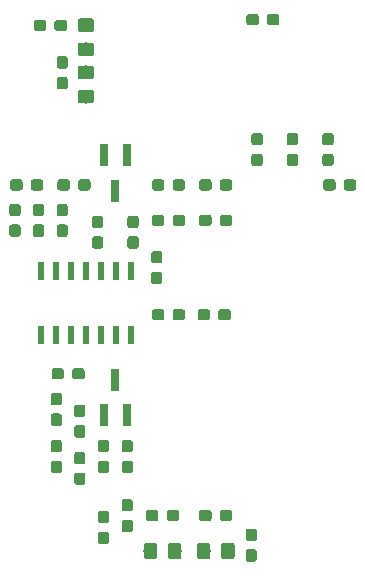
<source format=gbr>
G04 #@! TF.GenerationSoftware,KiCad,Pcbnew,(5.0.1-3-g963ef8bb5)*
G04 #@! TF.CreationDate,2019-04-18T21:55:15-06:00*
G04 #@! TF.ProjectId,NuisanceEngine,4E756973616E6365456E67696E652E6B,rev?*
G04 #@! TF.SameCoordinates,Original*
G04 #@! TF.FileFunction,Paste,Top*
G04 #@! TF.FilePolarity,Positive*
%FSLAX46Y46*%
G04 Gerber Fmt 4.6, Leading zero omitted, Abs format (unit mm)*
G04 Created by KiCad (PCBNEW (5.0.1-3-g963ef8bb5)) date Thursday, 18 April 2019 at 21:55:15*
%MOMM*%
%LPD*%
G01*
G04 APERTURE LIST*
%ADD10R,0.600000X1.500000*%
%ADD11C,0.100000*%
%ADD12C,0.950000*%
%ADD13C,1.150000*%
%ADD14R,0.800000X1.900000*%
G04 APERTURE END LIST*
D10*
G04 #@! TO.C,U1*
X67190000Y-70300000D03*
X68460000Y-70300000D03*
X69730000Y-70300000D03*
X71000000Y-70300000D03*
X72270000Y-70300000D03*
X73540000Y-70300000D03*
X74810000Y-70300000D03*
X74810000Y-75700000D03*
X73540000Y-75700000D03*
X72270000Y-75700000D03*
X71000000Y-75700000D03*
X69730000Y-75700000D03*
X68460000Y-75700000D03*
X67190000Y-75700000D03*
G04 #@! TD*
D11*
G04 #@! TO.C,C1*
G36*
X77260779Y-70351144D02*
X77283834Y-70354563D01*
X77306443Y-70360227D01*
X77328387Y-70368079D01*
X77349457Y-70378044D01*
X77369448Y-70390026D01*
X77388168Y-70403910D01*
X77405438Y-70419562D01*
X77421090Y-70436832D01*
X77434974Y-70455552D01*
X77446956Y-70475543D01*
X77456921Y-70496613D01*
X77464773Y-70518557D01*
X77470437Y-70541166D01*
X77473856Y-70564221D01*
X77475000Y-70587500D01*
X77475000Y-71162500D01*
X77473856Y-71185779D01*
X77470437Y-71208834D01*
X77464773Y-71231443D01*
X77456921Y-71253387D01*
X77446956Y-71274457D01*
X77434974Y-71294448D01*
X77421090Y-71313168D01*
X77405438Y-71330438D01*
X77388168Y-71346090D01*
X77369448Y-71359974D01*
X77349457Y-71371956D01*
X77328387Y-71381921D01*
X77306443Y-71389773D01*
X77283834Y-71395437D01*
X77260779Y-71398856D01*
X77237500Y-71400000D01*
X76762500Y-71400000D01*
X76739221Y-71398856D01*
X76716166Y-71395437D01*
X76693557Y-71389773D01*
X76671613Y-71381921D01*
X76650543Y-71371956D01*
X76630552Y-71359974D01*
X76611832Y-71346090D01*
X76594562Y-71330438D01*
X76578910Y-71313168D01*
X76565026Y-71294448D01*
X76553044Y-71274457D01*
X76543079Y-71253387D01*
X76535227Y-71231443D01*
X76529563Y-71208834D01*
X76526144Y-71185779D01*
X76525000Y-71162500D01*
X76525000Y-70587500D01*
X76526144Y-70564221D01*
X76529563Y-70541166D01*
X76535227Y-70518557D01*
X76543079Y-70496613D01*
X76553044Y-70475543D01*
X76565026Y-70455552D01*
X76578910Y-70436832D01*
X76594562Y-70419562D01*
X76611832Y-70403910D01*
X76630552Y-70390026D01*
X76650543Y-70378044D01*
X76671613Y-70368079D01*
X76693557Y-70360227D01*
X76716166Y-70354563D01*
X76739221Y-70351144D01*
X76762500Y-70350000D01*
X77237500Y-70350000D01*
X77260779Y-70351144D01*
X77260779Y-70351144D01*
G37*
D12*
X77000000Y-70875000D03*
D11*
G36*
X77260779Y-68601144D02*
X77283834Y-68604563D01*
X77306443Y-68610227D01*
X77328387Y-68618079D01*
X77349457Y-68628044D01*
X77369448Y-68640026D01*
X77388168Y-68653910D01*
X77405438Y-68669562D01*
X77421090Y-68686832D01*
X77434974Y-68705552D01*
X77446956Y-68725543D01*
X77456921Y-68746613D01*
X77464773Y-68768557D01*
X77470437Y-68791166D01*
X77473856Y-68814221D01*
X77475000Y-68837500D01*
X77475000Y-69412500D01*
X77473856Y-69435779D01*
X77470437Y-69458834D01*
X77464773Y-69481443D01*
X77456921Y-69503387D01*
X77446956Y-69524457D01*
X77434974Y-69544448D01*
X77421090Y-69563168D01*
X77405438Y-69580438D01*
X77388168Y-69596090D01*
X77369448Y-69609974D01*
X77349457Y-69621956D01*
X77328387Y-69631921D01*
X77306443Y-69639773D01*
X77283834Y-69645437D01*
X77260779Y-69648856D01*
X77237500Y-69650000D01*
X76762500Y-69650000D01*
X76739221Y-69648856D01*
X76716166Y-69645437D01*
X76693557Y-69639773D01*
X76671613Y-69631921D01*
X76650543Y-69621956D01*
X76630552Y-69609974D01*
X76611832Y-69596090D01*
X76594562Y-69580438D01*
X76578910Y-69563168D01*
X76565026Y-69544448D01*
X76553044Y-69524457D01*
X76543079Y-69503387D01*
X76535227Y-69481443D01*
X76529563Y-69458834D01*
X76526144Y-69435779D01*
X76525000Y-69412500D01*
X76525000Y-68837500D01*
X76526144Y-68814221D01*
X76529563Y-68791166D01*
X76535227Y-68768557D01*
X76543079Y-68746613D01*
X76553044Y-68725543D01*
X76565026Y-68705552D01*
X76578910Y-68686832D01*
X76594562Y-68669562D01*
X76611832Y-68653910D01*
X76630552Y-68640026D01*
X76650543Y-68628044D01*
X76671613Y-68618079D01*
X76693557Y-68610227D01*
X76716166Y-68604563D01*
X76739221Y-68601144D01*
X76762500Y-68600000D01*
X77237500Y-68600000D01*
X77260779Y-68601144D01*
X77260779Y-68601144D01*
G37*
D12*
X77000000Y-69125000D03*
G04 #@! TD*
D11*
G04 #@! TO.C,C2*
G36*
X88760779Y-60351144D02*
X88783834Y-60354563D01*
X88806443Y-60360227D01*
X88828387Y-60368079D01*
X88849457Y-60378044D01*
X88869448Y-60390026D01*
X88888168Y-60403910D01*
X88905438Y-60419562D01*
X88921090Y-60436832D01*
X88934974Y-60455552D01*
X88946956Y-60475543D01*
X88956921Y-60496613D01*
X88964773Y-60518557D01*
X88970437Y-60541166D01*
X88973856Y-60564221D01*
X88975000Y-60587500D01*
X88975000Y-61162500D01*
X88973856Y-61185779D01*
X88970437Y-61208834D01*
X88964773Y-61231443D01*
X88956921Y-61253387D01*
X88946956Y-61274457D01*
X88934974Y-61294448D01*
X88921090Y-61313168D01*
X88905438Y-61330438D01*
X88888168Y-61346090D01*
X88869448Y-61359974D01*
X88849457Y-61371956D01*
X88828387Y-61381921D01*
X88806443Y-61389773D01*
X88783834Y-61395437D01*
X88760779Y-61398856D01*
X88737500Y-61400000D01*
X88262500Y-61400000D01*
X88239221Y-61398856D01*
X88216166Y-61395437D01*
X88193557Y-61389773D01*
X88171613Y-61381921D01*
X88150543Y-61371956D01*
X88130552Y-61359974D01*
X88111832Y-61346090D01*
X88094562Y-61330438D01*
X88078910Y-61313168D01*
X88065026Y-61294448D01*
X88053044Y-61274457D01*
X88043079Y-61253387D01*
X88035227Y-61231443D01*
X88029563Y-61208834D01*
X88026144Y-61185779D01*
X88025000Y-61162500D01*
X88025000Y-60587500D01*
X88026144Y-60564221D01*
X88029563Y-60541166D01*
X88035227Y-60518557D01*
X88043079Y-60496613D01*
X88053044Y-60475543D01*
X88065026Y-60455552D01*
X88078910Y-60436832D01*
X88094562Y-60419562D01*
X88111832Y-60403910D01*
X88130552Y-60390026D01*
X88150543Y-60378044D01*
X88171613Y-60368079D01*
X88193557Y-60360227D01*
X88216166Y-60354563D01*
X88239221Y-60351144D01*
X88262500Y-60350000D01*
X88737500Y-60350000D01*
X88760779Y-60351144D01*
X88760779Y-60351144D01*
G37*
D12*
X88500000Y-60875000D03*
D11*
G36*
X88760779Y-58601144D02*
X88783834Y-58604563D01*
X88806443Y-58610227D01*
X88828387Y-58618079D01*
X88849457Y-58628044D01*
X88869448Y-58640026D01*
X88888168Y-58653910D01*
X88905438Y-58669562D01*
X88921090Y-58686832D01*
X88934974Y-58705552D01*
X88946956Y-58725543D01*
X88956921Y-58746613D01*
X88964773Y-58768557D01*
X88970437Y-58791166D01*
X88973856Y-58814221D01*
X88975000Y-58837500D01*
X88975000Y-59412500D01*
X88973856Y-59435779D01*
X88970437Y-59458834D01*
X88964773Y-59481443D01*
X88956921Y-59503387D01*
X88946956Y-59524457D01*
X88934974Y-59544448D01*
X88921090Y-59563168D01*
X88905438Y-59580438D01*
X88888168Y-59596090D01*
X88869448Y-59609974D01*
X88849457Y-59621956D01*
X88828387Y-59631921D01*
X88806443Y-59639773D01*
X88783834Y-59645437D01*
X88760779Y-59648856D01*
X88737500Y-59650000D01*
X88262500Y-59650000D01*
X88239221Y-59648856D01*
X88216166Y-59645437D01*
X88193557Y-59639773D01*
X88171613Y-59631921D01*
X88150543Y-59621956D01*
X88130552Y-59609974D01*
X88111832Y-59596090D01*
X88094562Y-59580438D01*
X88078910Y-59563168D01*
X88065026Y-59544448D01*
X88053044Y-59524457D01*
X88043079Y-59503387D01*
X88035227Y-59481443D01*
X88029563Y-59458834D01*
X88026144Y-59435779D01*
X88025000Y-59412500D01*
X88025000Y-58837500D01*
X88026144Y-58814221D01*
X88029563Y-58791166D01*
X88035227Y-58768557D01*
X88043079Y-58746613D01*
X88053044Y-58725543D01*
X88065026Y-58705552D01*
X88078910Y-58686832D01*
X88094562Y-58669562D01*
X88111832Y-58653910D01*
X88130552Y-58640026D01*
X88150543Y-58628044D01*
X88171613Y-58618079D01*
X88193557Y-58610227D01*
X88216166Y-58604563D01*
X88239221Y-58601144D01*
X88262500Y-58600000D01*
X88737500Y-58600000D01*
X88760779Y-58601144D01*
X88760779Y-58601144D01*
G37*
D12*
X88500000Y-59125000D03*
G04 #@! TD*
D11*
G04 #@! TO.C,C3*
G36*
X79185779Y-73526144D02*
X79208834Y-73529563D01*
X79231443Y-73535227D01*
X79253387Y-73543079D01*
X79274457Y-73553044D01*
X79294448Y-73565026D01*
X79313168Y-73578910D01*
X79330438Y-73594562D01*
X79346090Y-73611832D01*
X79359974Y-73630552D01*
X79371956Y-73650543D01*
X79381921Y-73671613D01*
X79389773Y-73693557D01*
X79395437Y-73716166D01*
X79398856Y-73739221D01*
X79400000Y-73762500D01*
X79400000Y-74237500D01*
X79398856Y-74260779D01*
X79395437Y-74283834D01*
X79389773Y-74306443D01*
X79381921Y-74328387D01*
X79371956Y-74349457D01*
X79359974Y-74369448D01*
X79346090Y-74388168D01*
X79330438Y-74405438D01*
X79313168Y-74421090D01*
X79294448Y-74434974D01*
X79274457Y-74446956D01*
X79253387Y-74456921D01*
X79231443Y-74464773D01*
X79208834Y-74470437D01*
X79185779Y-74473856D01*
X79162500Y-74475000D01*
X78587500Y-74475000D01*
X78564221Y-74473856D01*
X78541166Y-74470437D01*
X78518557Y-74464773D01*
X78496613Y-74456921D01*
X78475543Y-74446956D01*
X78455552Y-74434974D01*
X78436832Y-74421090D01*
X78419562Y-74405438D01*
X78403910Y-74388168D01*
X78390026Y-74369448D01*
X78378044Y-74349457D01*
X78368079Y-74328387D01*
X78360227Y-74306443D01*
X78354563Y-74283834D01*
X78351144Y-74260779D01*
X78350000Y-74237500D01*
X78350000Y-73762500D01*
X78351144Y-73739221D01*
X78354563Y-73716166D01*
X78360227Y-73693557D01*
X78368079Y-73671613D01*
X78378044Y-73650543D01*
X78390026Y-73630552D01*
X78403910Y-73611832D01*
X78419562Y-73594562D01*
X78436832Y-73578910D01*
X78455552Y-73565026D01*
X78475543Y-73553044D01*
X78496613Y-73543079D01*
X78518557Y-73535227D01*
X78541166Y-73529563D01*
X78564221Y-73526144D01*
X78587500Y-73525000D01*
X79162500Y-73525000D01*
X79185779Y-73526144D01*
X79185779Y-73526144D01*
G37*
D12*
X78875000Y-74000000D03*
D11*
G36*
X77435779Y-73526144D02*
X77458834Y-73529563D01*
X77481443Y-73535227D01*
X77503387Y-73543079D01*
X77524457Y-73553044D01*
X77544448Y-73565026D01*
X77563168Y-73578910D01*
X77580438Y-73594562D01*
X77596090Y-73611832D01*
X77609974Y-73630552D01*
X77621956Y-73650543D01*
X77631921Y-73671613D01*
X77639773Y-73693557D01*
X77645437Y-73716166D01*
X77648856Y-73739221D01*
X77650000Y-73762500D01*
X77650000Y-74237500D01*
X77648856Y-74260779D01*
X77645437Y-74283834D01*
X77639773Y-74306443D01*
X77631921Y-74328387D01*
X77621956Y-74349457D01*
X77609974Y-74369448D01*
X77596090Y-74388168D01*
X77580438Y-74405438D01*
X77563168Y-74421090D01*
X77544448Y-74434974D01*
X77524457Y-74446956D01*
X77503387Y-74456921D01*
X77481443Y-74464773D01*
X77458834Y-74470437D01*
X77435779Y-74473856D01*
X77412500Y-74475000D01*
X76837500Y-74475000D01*
X76814221Y-74473856D01*
X76791166Y-74470437D01*
X76768557Y-74464773D01*
X76746613Y-74456921D01*
X76725543Y-74446956D01*
X76705552Y-74434974D01*
X76686832Y-74421090D01*
X76669562Y-74405438D01*
X76653910Y-74388168D01*
X76640026Y-74369448D01*
X76628044Y-74349457D01*
X76618079Y-74328387D01*
X76610227Y-74306443D01*
X76604563Y-74283834D01*
X76601144Y-74260779D01*
X76600000Y-74237500D01*
X76600000Y-73762500D01*
X76601144Y-73739221D01*
X76604563Y-73716166D01*
X76610227Y-73693557D01*
X76618079Y-73671613D01*
X76628044Y-73650543D01*
X76640026Y-73630552D01*
X76653910Y-73611832D01*
X76669562Y-73594562D01*
X76686832Y-73578910D01*
X76705552Y-73565026D01*
X76725543Y-73553044D01*
X76746613Y-73543079D01*
X76768557Y-73535227D01*
X76791166Y-73529563D01*
X76814221Y-73526144D01*
X76837500Y-73525000D01*
X77412500Y-73525000D01*
X77435779Y-73526144D01*
X77435779Y-73526144D01*
G37*
D12*
X77125000Y-74000000D03*
G04 #@! TD*
D11*
G04 #@! TO.C,C4*
G36*
X65260779Y-66351144D02*
X65283834Y-66354563D01*
X65306443Y-66360227D01*
X65328387Y-66368079D01*
X65349457Y-66378044D01*
X65369448Y-66390026D01*
X65388168Y-66403910D01*
X65405438Y-66419562D01*
X65421090Y-66436832D01*
X65434974Y-66455552D01*
X65446956Y-66475543D01*
X65456921Y-66496613D01*
X65464773Y-66518557D01*
X65470437Y-66541166D01*
X65473856Y-66564221D01*
X65475000Y-66587500D01*
X65475000Y-67162500D01*
X65473856Y-67185779D01*
X65470437Y-67208834D01*
X65464773Y-67231443D01*
X65456921Y-67253387D01*
X65446956Y-67274457D01*
X65434974Y-67294448D01*
X65421090Y-67313168D01*
X65405438Y-67330438D01*
X65388168Y-67346090D01*
X65369448Y-67359974D01*
X65349457Y-67371956D01*
X65328387Y-67381921D01*
X65306443Y-67389773D01*
X65283834Y-67395437D01*
X65260779Y-67398856D01*
X65237500Y-67400000D01*
X64762500Y-67400000D01*
X64739221Y-67398856D01*
X64716166Y-67395437D01*
X64693557Y-67389773D01*
X64671613Y-67381921D01*
X64650543Y-67371956D01*
X64630552Y-67359974D01*
X64611832Y-67346090D01*
X64594562Y-67330438D01*
X64578910Y-67313168D01*
X64565026Y-67294448D01*
X64553044Y-67274457D01*
X64543079Y-67253387D01*
X64535227Y-67231443D01*
X64529563Y-67208834D01*
X64526144Y-67185779D01*
X64525000Y-67162500D01*
X64525000Y-66587500D01*
X64526144Y-66564221D01*
X64529563Y-66541166D01*
X64535227Y-66518557D01*
X64543079Y-66496613D01*
X64553044Y-66475543D01*
X64565026Y-66455552D01*
X64578910Y-66436832D01*
X64594562Y-66419562D01*
X64611832Y-66403910D01*
X64630552Y-66390026D01*
X64650543Y-66378044D01*
X64671613Y-66368079D01*
X64693557Y-66360227D01*
X64716166Y-66354563D01*
X64739221Y-66351144D01*
X64762500Y-66350000D01*
X65237500Y-66350000D01*
X65260779Y-66351144D01*
X65260779Y-66351144D01*
G37*
D12*
X65000000Y-66875000D03*
D11*
G36*
X65260779Y-64601144D02*
X65283834Y-64604563D01*
X65306443Y-64610227D01*
X65328387Y-64618079D01*
X65349457Y-64628044D01*
X65369448Y-64640026D01*
X65388168Y-64653910D01*
X65405438Y-64669562D01*
X65421090Y-64686832D01*
X65434974Y-64705552D01*
X65446956Y-64725543D01*
X65456921Y-64746613D01*
X65464773Y-64768557D01*
X65470437Y-64791166D01*
X65473856Y-64814221D01*
X65475000Y-64837500D01*
X65475000Y-65412500D01*
X65473856Y-65435779D01*
X65470437Y-65458834D01*
X65464773Y-65481443D01*
X65456921Y-65503387D01*
X65446956Y-65524457D01*
X65434974Y-65544448D01*
X65421090Y-65563168D01*
X65405438Y-65580438D01*
X65388168Y-65596090D01*
X65369448Y-65609974D01*
X65349457Y-65621956D01*
X65328387Y-65631921D01*
X65306443Y-65639773D01*
X65283834Y-65645437D01*
X65260779Y-65648856D01*
X65237500Y-65650000D01*
X64762500Y-65650000D01*
X64739221Y-65648856D01*
X64716166Y-65645437D01*
X64693557Y-65639773D01*
X64671613Y-65631921D01*
X64650543Y-65621956D01*
X64630552Y-65609974D01*
X64611832Y-65596090D01*
X64594562Y-65580438D01*
X64578910Y-65563168D01*
X64565026Y-65544448D01*
X64553044Y-65524457D01*
X64543079Y-65503387D01*
X64535227Y-65481443D01*
X64529563Y-65458834D01*
X64526144Y-65435779D01*
X64525000Y-65412500D01*
X64525000Y-64837500D01*
X64526144Y-64814221D01*
X64529563Y-64791166D01*
X64535227Y-64768557D01*
X64543079Y-64746613D01*
X64553044Y-64725543D01*
X64565026Y-64705552D01*
X64578910Y-64686832D01*
X64594562Y-64669562D01*
X64611832Y-64653910D01*
X64630552Y-64640026D01*
X64650543Y-64628044D01*
X64671613Y-64618079D01*
X64693557Y-64610227D01*
X64716166Y-64604563D01*
X64739221Y-64601144D01*
X64762500Y-64600000D01*
X65237500Y-64600000D01*
X65260779Y-64601144D01*
X65260779Y-64601144D01*
G37*
D12*
X65000000Y-65125000D03*
G04 #@! TD*
D11*
G04 #@! TO.C,C5*
G36*
X74760779Y-84601144D02*
X74783834Y-84604563D01*
X74806443Y-84610227D01*
X74828387Y-84618079D01*
X74849457Y-84628044D01*
X74869448Y-84640026D01*
X74888168Y-84653910D01*
X74905438Y-84669562D01*
X74921090Y-84686832D01*
X74934974Y-84705552D01*
X74946956Y-84725543D01*
X74956921Y-84746613D01*
X74964773Y-84768557D01*
X74970437Y-84791166D01*
X74973856Y-84814221D01*
X74975000Y-84837500D01*
X74975000Y-85412500D01*
X74973856Y-85435779D01*
X74970437Y-85458834D01*
X74964773Y-85481443D01*
X74956921Y-85503387D01*
X74946956Y-85524457D01*
X74934974Y-85544448D01*
X74921090Y-85563168D01*
X74905438Y-85580438D01*
X74888168Y-85596090D01*
X74869448Y-85609974D01*
X74849457Y-85621956D01*
X74828387Y-85631921D01*
X74806443Y-85639773D01*
X74783834Y-85645437D01*
X74760779Y-85648856D01*
X74737500Y-85650000D01*
X74262500Y-85650000D01*
X74239221Y-85648856D01*
X74216166Y-85645437D01*
X74193557Y-85639773D01*
X74171613Y-85631921D01*
X74150543Y-85621956D01*
X74130552Y-85609974D01*
X74111832Y-85596090D01*
X74094562Y-85580438D01*
X74078910Y-85563168D01*
X74065026Y-85544448D01*
X74053044Y-85524457D01*
X74043079Y-85503387D01*
X74035227Y-85481443D01*
X74029563Y-85458834D01*
X74026144Y-85435779D01*
X74025000Y-85412500D01*
X74025000Y-84837500D01*
X74026144Y-84814221D01*
X74029563Y-84791166D01*
X74035227Y-84768557D01*
X74043079Y-84746613D01*
X74053044Y-84725543D01*
X74065026Y-84705552D01*
X74078910Y-84686832D01*
X74094562Y-84669562D01*
X74111832Y-84653910D01*
X74130552Y-84640026D01*
X74150543Y-84628044D01*
X74171613Y-84618079D01*
X74193557Y-84610227D01*
X74216166Y-84604563D01*
X74239221Y-84601144D01*
X74262500Y-84600000D01*
X74737500Y-84600000D01*
X74760779Y-84601144D01*
X74760779Y-84601144D01*
G37*
D12*
X74500000Y-85125000D03*
D11*
G36*
X74760779Y-86351144D02*
X74783834Y-86354563D01*
X74806443Y-86360227D01*
X74828387Y-86368079D01*
X74849457Y-86378044D01*
X74869448Y-86390026D01*
X74888168Y-86403910D01*
X74905438Y-86419562D01*
X74921090Y-86436832D01*
X74934974Y-86455552D01*
X74946956Y-86475543D01*
X74956921Y-86496613D01*
X74964773Y-86518557D01*
X74970437Y-86541166D01*
X74973856Y-86564221D01*
X74975000Y-86587500D01*
X74975000Y-87162500D01*
X74973856Y-87185779D01*
X74970437Y-87208834D01*
X74964773Y-87231443D01*
X74956921Y-87253387D01*
X74946956Y-87274457D01*
X74934974Y-87294448D01*
X74921090Y-87313168D01*
X74905438Y-87330438D01*
X74888168Y-87346090D01*
X74869448Y-87359974D01*
X74849457Y-87371956D01*
X74828387Y-87381921D01*
X74806443Y-87389773D01*
X74783834Y-87395437D01*
X74760779Y-87398856D01*
X74737500Y-87400000D01*
X74262500Y-87400000D01*
X74239221Y-87398856D01*
X74216166Y-87395437D01*
X74193557Y-87389773D01*
X74171613Y-87381921D01*
X74150543Y-87371956D01*
X74130552Y-87359974D01*
X74111832Y-87346090D01*
X74094562Y-87330438D01*
X74078910Y-87313168D01*
X74065026Y-87294448D01*
X74053044Y-87274457D01*
X74043079Y-87253387D01*
X74035227Y-87231443D01*
X74029563Y-87208834D01*
X74026144Y-87185779D01*
X74025000Y-87162500D01*
X74025000Y-86587500D01*
X74026144Y-86564221D01*
X74029563Y-86541166D01*
X74035227Y-86518557D01*
X74043079Y-86496613D01*
X74053044Y-86475543D01*
X74065026Y-86455552D01*
X74078910Y-86436832D01*
X74094562Y-86419562D01*
X74111832Y-86403910D01*
X74130552Y-86390026D01*
X74150543Y-86378044D01*
X74171613Y-86368079D01*
X74193557Y-86360227D01*
X74216166Y-86354563D01*
X74239221Y-86351144D01*
X74262500Y-86350000D01*
X74737500Y-86350000D01*
X74760779Y-86351144D01*
X74760779Y-86351144D01*
G37*
D12*
X74500000Y-86875000D03*
G04 #@! TD*
D11*
G04 #@! TO.C,C6*
G36*
X68760779Y-84601144D02*
X68783834Y-84604563D01*
X68806443Y-84610227D01*
X68828387Y-84618079D01*
X68849457Y-84628044D01*
X68869448Y-84640026D01*
X68888168Y-84653910D01*
X68905438Y-84669562D01*
X68921090Y-84686832D01*
X68934974Y-84705552D01*
X68946956Y-84725543D01*
X68956921Y-84746613D01*
X68964773Y-84768557D01*
X68970437Y-84791166D01*
X68973856Y-84814221D01*
X68975000Y-84837500D01*
X68975000Y-85412500D01*
X68973856Y-85435779D01*
X68970437Y-85458834D01*
X68964773Y-85481443D01*
X68956921Y-85503387D01*
X68946956Y-85524457D01*
X68934974Y-85544448D01*
X68921090Y-85563168D01*
X68905438Y-85580438D01*
X68888168Y-85596090D01*
X68869448Y-85609974D01*
X68849457Y-85621956D01*
X68828387Y-85631921D01*
X68806443Y-85639773D01*
X68783834Y-85645437D01*
X68760779Y-85648856D01*
X68737500Y-85650000D01*
X68262500Y-85650000D01*
X68239221Y-85648856D01*
X68216166Y-85645437D01*
X68193557Y-85639773D01*
X68171613Y-85631921D01*
X68150543Y-85621956D01*
X68130552Y-85609974D01*
X68111832Y-85596090D01*
X68094562Y-85580438D01*
X68078910Y-85563168D01*
X68065026Y-85544448D01*
X68053044Y-85524457D01*
X68043079Y-85503387D01*
X68035227Y-85481443D01*
X68029563Y-85458834D01*
X68026144Y-85435779D01*
X68025000Y-85412500D01*
X68025000Y-84837500D01*
X68026144Y-84814221D01*
X68029563Y-84791166D01*
X68035227Y-84768557D01*
X68043079Y-84746613D01*
X68053044Y-84725543D01*
X68065026Y-84705552D01*
X68078910Y-84686832D01*
X68094562Y-84669562D01*
X68111832Y-84653910D01*
X68130552Y-84640026D01*
X68150543Y-84628044D01*
X68171613Y-84618079D01*
X68193557Y-84610227D01*
X68216166Y-84604563D01*
X68239221Y-84601144D01*
X68262500Y-84600000D01*
X68737500Y-84600000D01*
X68760779Y-84601144D01*
X68760779Y-84601144D01*
G37*
D12*
X68500000Y-85125000D03*
D11*
G36*
X68760779Y-86351144D02*
X68783834Y-86354563D01*
X68806443Y-86360227D01*
X68828387Y-86368079D01*
X68849457Y-86378044D01*
X68869448Y-86390026D01*
X68888168Y-86403910D01*
X68905438Y-86419562D01*
X68921090Y-86436832D01*
X68934974Y-86455552D01*
X68946956Y-86475543D01*
X68956921Y-86496613D01*
X68964773Y-86518557D01*
X68970437Y-86541166D01*
X68973856Y-86564221D01*
X68975000Y-86587500D01*
X68975000Y-87162500D01*
X68973856Y-87185779D01*
X68970437Y-87208834D01*
X68964773Y-87231443D01*
X68956921Y-87253387D01*
X68946956Y-87274457D01*
X68934974Y-87294448D01*
X68921090Y-87313168D01*
X68905438Y-87330438D01*
X68888168Y-87346090D01*
X68869448Y-87359974D01*
X68849457Y-87371956D01*
X68828387Y-87381921D01*
X68806443Y-87389773D01*
X68783834Y-87395437D01*
X68760779Y-87398856D01*
X68737500Y-87400000D01*
X68262500Y-87400000D01*
X68239221Y-87398856D01*
X68216166Y-87395437D01*
X68193557Y-87389773D01*
X68171613Y-87381921D01*
X68150543Y-87371956D01*
X68130552Y-87359974D01*
X68111832Y-87346090D01*
X68094562Y-87330438D01*
X68078910Y-87313168D01*
X68065026Y-87294448D01*
X68053044Y-87274457D01*
X68043079Y-87253387D01*
X68035227Y-87231443D01*
X68029563Y-87208834D01*
X68026144Y-87185779D01*
X68025000Y-87162500D01*
X68025000Y-86587500D01*
X68026144Y-86564221D01*
X68029563Y-86541166D01*
X68035227Y-86518557D01*
X68043079Y-86496613D01*
X68053044Y-86475543D01*
X68065026Y-86455552D01*
X68078910Y-86436832D01*
X68094562Y-86419562D01*
X68111832Y-86403910D01*
X68130552Y-86390026D01*
X68150543Y-86378044D01*
X68171613Y-86368079D01*
X68193557Y-86360227D01*
X68216166Y-86354563D01*
X68239221Y-86351144D01*
X68262500Y-86350000D01*
X68737500Y-86350000D01*
X68760779Y-86351144D01*
X68760779Y-86351144D01*
G37*
D12*
X68500000Y-86875000D03*
G04 #@! TD*
D11*
G04 #@! TO.C,C7*
G36*
X71474505Y-50951204D02*
X71498773Y-50954804D01*
X71522572Y-50960765D01*
X71545671Y-50969030D01*
X71567850Y-50979520D01*
X71588893Y-50992132D01*
X71608599Y-51006747D01*
X71626777Y-51023223D01*
X71643253Y-51041401D01*
X71657868Y-51061107D01*
X71670480Y-51082150D01*
X71680970Y-51104329D01*
X71689235Y-51127428D01*
X71695196Y-51151227D01*
X71698796Y-51175495D01*
X71700000Y-51199999D01*
X71700000Y-51850001D01*
X71698796Y-51874505D01*
X71695196Y-51898773D01*
X71689235Y-51922572D01*
X71680970Y-51945671D01*
X71670480Y-51967850D01*
X71657868Y-51988893D01*
X71643253Y-52008599D01*
X71626777Y-52026777D01*
X71608599Y-52043253D01*
X71588893Y-52057868D01*
X71567850Y-52070480D01*
X71545671Y-52080970D01*
X71522572Y-52089235D01*
X71498773Y-52095196D01*
X71474505Y-52098796D01*
X71450001Y-52100000D01*
X70549999Y-52100000D01*
X70525495Y-52098796D01*
X70501227Y-52095196D01*
X70477428Y-52089235D01*
X70454329Y-52080970D01*
X70432150Y-52070480D01*
X70411107Y-52057868D01*
X70391401Y-52043253D01*
X70373223Y-52026777D01*
X70356747Y-52008599D01*
X70342132Y-51988893D01*
X70329520Y-51967850D01*
X70319030Y-51945671D01*
X70310765Y-51922572D01*
X70304804Y-51898773D01*
X70301204Y-51874505D01*
X70300000Y-51850001D01*
X70300000Y-51199999D01*
X70301204Y-51175495D01*
X70304804Y-51151227D01*
X70310765Y-51127428D01*
X70319030Y-51104329D01*
X70329520Y-51082150D01*
X70342132Y-51061107D01*
X70356747Y-51041401D01*
X70373223Y-51023223D01*
X70391401Y-51006747D01*
X70411107Y-50992132D01*
X70432150Y-50979520D01*
X70454329Y-50969030D01*
X70477428Y-50960765D01*
X70501227Y-50954804D01*
X70525495Y-50951204D01*
X70549999Y-50950000D01*
X71450001Y-50950000D01*
X71474505Y-50951204D01*
X71474505Y-50951204D01*
G37*
D13*
X71000000Y-51525000D03*
D11*
G36*
X71474505Y-48901204D02*
X71498773Y-48904804D01*
X71522572Y-48910765D01*
X71545671Y-48919030D01*
X71567850Y-48929520D01*
X71588893Y-48942132D01*
X71608599Y-48956747D01*
X71626777Y-48973223D01*
X71643253Y-48991401D01*
X71657868Y-49011107D01*
X71670480Y-49032150D01*
X71680970Y-49054329D01*
X71689235Y-49077428D01*
X71695196Y-49101227D01*
X71698796Y-49125495D01*
X71700000Y-49149999D01*
X71700000Y-49800001D01*
X71698796Y-49824505D01*
X71695196Y-49848773D01*
X71689235Y-49872572D01*
X71680970Y-49895671D01*
X71670480Y-49917850D01*
X71657868Y-49938893D01*
X71643253Y-49958599D01*
X71626777Y-49976777D01*
X71608599Y-49993253D01*
X71588893Y-50007868D01*
X71567850Y-50020480D01*
X71545671Y-50030970D01*
X71522572Y-50039235D01*
X71498773Y-50045196D01*
X71474505Y-50048796D01*
X71450001Y-50050000D01*
X70549999Y-50050000D01*
X70525495Y-50048796D01*
X70501227Y-50045196D01*
X70477428Y-50039235D01*
X70454329Y-50030970D01*
X70432150Y-50020480D01*
X70411107Y-50007868D01*
X70391401Y-49993253D01*
X70373223Y-49976777D01*
X70356747Y-49958599D01*
X70342132Y-49938893D01*
X70329520Y-49917850D01*
X70319030Y-49895671D01*
X70310765Y-49872572D01*
X70304804Y-49848773D01*
X70301204Y-49824505D01*
X70300000Y-49800001D01*
X70300000Y-49149999D01*
X70301204Y-49125495D01*
X70304804Y-49101227D01*
X70310765Y-49077428D01*
X70319030Y-49054329D01*
X70329520Y-49032150D01*
X70342132Y-49011107D01*
X70356747Y-48991401D01*
X70373223Y-48973223D01*
X70391401Y-48956747D01*
X70411107Y-48942132D01*
X70432150Y-48929520D01*
X70454329Y-48919030D01*
X70477428Y-48910765D01*
X70501227Y-48904804D01*
X70525495Y-48901204D01*
X70549999Y-48900000D01*
X71450001Y-48900000D01*
X71474505Y-48901204D01*
X71474505Y-48901204D01*
G37*
D13*
X71000000Y-49475000D03*
G04 #@! TD*
D11*
G04 #@! TO.C,C9*
G36*
X71474505Y-52901204D02*
X71498773Y-52904804D01*
X71522572Y-52910765D01*
X71545671Y-52919030D01*
X71567850Y-52929520D01*
X71588893Y-52942132D01*
X71608599Y-52956747D01*
X71626777Y-52973223D01*
X71643253Y-52991401D01*
X71657868Y-53011107D01*
X71670480Y-53032150D01*
X71680970Y-53054329D01*
X71689235Y-53077428D01*
X71695196Y-53101227D01*
X71698796Y-53125495D01*
X71700000Y-53149999D01*
X71700000Y-53800001D01*
X71698796Y-53824505D01*
X71695196Y-53848773D01*
X71689235Y-53872572D01*
X71680970Y-53895671D01*
X71670480Y-53917850D01*
X71657868Y-53938893D01*
X71643253Y-53958599D01*
X71626777Y-53976777D01*
X71608599Y-53993253D01*
X71588893Y-54007868D01*
X71567850Y-54020480D01*
X71545671Y-54030970D01*
X71522572Y-54039235D01*
X71498773Y-54045196D01*
X71474505Y-54048796D01*
X71450001Y-54050000D01*
X70549999Y-54050000D01*
X70525495Y-54048796D01*
X70501227Y-54045196D01*
X70477428Y-54039235D01*
X70454329Y-54030970D01*
X70432150Y-54020480D01*
X70411107Y-54007868D01*
X70391401Y-53993253D01*
X70373223Y-53976777D01*
X70356747Y-53958599D01*
X70342132Y-53938893D01*
X70329520Y-53917850D01*
X70319030Y-53895671D01*
X70310765Y-53872572D01*
X70304804Y-53848773D01*
X70301204Y-53824505D01*
X70300000Y-53800001D01*
X70300000Y-53149999D01*
X70301204Y-53125495D01*
X70304804Y-53101227D01*
X70310765Y-53077428D01*
X70319030Y-53054329D01*
X70329520Y-53032150D01*
X70342132Y-53011107D01*
X70356747Y-52991401D01*
X70373223Y-52973223D01*
X70391401Y-52956747D01*
X70411107Y-52942132D01*
X70432150Y-52929520D01*
X70454329Y-52919030D01*
X70477428Y-52910765D01*
X70501227Y-52904804D01*
X70525495Y-52901204D01*
X70549999Y-52900000D01*
X71450001Y-52900000D01*
X71474505Y-52901204D01*
X71474505Y-52901204D01*
G37*
D13*
X71000000Y-53475000D03*
D11*
G36*
X71474505Y-54951204D02*
X71498773Y-54954804D01*
X71522572Y-54960765D01*
X71545671Y-54969030D01*
X71567850Y-54979520D01*
X71588893Y-54992132D01*
X71608599Y-55006747D01*
X71626777Y-55023223D01*
X71643253Y-55041401D01*
X71657868Y-55061107D01*
X71670480Y-55082150D01*
X71680970Y-55104329D01*
X71689235Y-55127428D01*
X71695196Y-55151227D01*
X71698796Y-55175495D01*
X71700000Y-55199999D01*
X71700000Y-55850001D01*
X71698796Y-55874505D01*
X71695196Y-55898773D01*
X71689235Y-55922572D01*
X71680970Y-55945671D01*
X71670480Y-55967850D01*
X71657868Y-55988893D01*
X71643253Y-56008599D01*
X71626777Y-56026777D01*
X71608599Y-56043253D01*
X71588893Y-56057868D01*
X71567850Y-56070480D01*
X71545671Y-56080970D01*
X71522572Y-56089235D01*
X71498773Y-56095196D01*
X71474505Y-56098796D01*
X71450001Y-56100000D01*
X70549999Y-56100000D01*
X70525495Y-56098796D01*
X70501227Y-56095196D01*
X70477428Y-56089235D01*
X70454329Y-56080970D01*
X70432150Y-56070480D01*
X70411107Y-56057868D01*
X70391401Y-56043253D01*
X70373223Y-56026777D01*
X70356747Y-56008599D01*
X70342132Y-55988893D01*
X70329520Y-55967850D01*
X70319030Y-55945671D01*
X70310765Y-55922572D01*
X70304804Y-55898773D01*
X70301204Y-55874505D01*
X70300000Y-55850001D01*
X70300000Y-55199999D01*
X70301204Y-55175495D01*
X70304804Y-55151227D01*
X70310765Y-55127428D01*
X70319030Y-55104329D01*
X70329520Y-55082150D01*
X70342132Y-55061107D01*
X70356747Y-55041401D01*
X70373223Y-55023223D01*
X70391401Y-55006747D01*
X70411107Y-54992132D01*
X70432150Y-54979520D01*
X70454329Y-54969030D01*
X70477428Y-54960765D01*
X70501227Y-54954804D01*
X70525495Y-54951204D01*
X70549999Y-54950000D01*
X71450001Y-54950000D01*
X71474505Y-54951204D01*
X71474505Y-54951204D01*
G37*
D13*
X71000000Y-55525000D03*
G04 #@! TD*
D11*
G04 #@! TO.C,C10*
G36*
X78874505Y-93301204D02*
X78898773Y-93304804D01*
X78922572Y-93310765D01*
X78945671Y-93319030D01*
X78967850Y-93329520D01*
X78988893Y-93342132D01*
X79008599Y-93356747D01*
X79026777Y-93373223D01*
X79043253Y-93391401D01*
X79057868Y-93411107D01*
X79070480Y-93432150D01*
X79080970Y-93454329D01*
X79089235Y-93477428D01*
X79095196Y-93501227D01*
X79098796Y-93525495D01*
X79100000Y-93549999D01*
X79100000Y-94450001D01*
X79098796Y-94474505D01*
X79095196Y-94498773D01*
X79089235Y-94522572D01*
X79080970Y-94545671D01*
X79070480Y-94567850D01*
X79057868Y-94588893D01*
X79043253Y-94608599D01*
X79026777Y-94626777D01*
X79008599Y-94643253D01*
X78988893Y-94657868D01*
X78967850Y-94670480D01*
X78945671Y-94680970D01*
X78922572Y-94689235D01*
X78898773Y-94695196D01*
X78874505Y-94698796D01*
X78850001Y-94700000D01*
X78199999Y-94700000D01*
X78175495Y-94698796D01*
X78151227Y-94695196D01*
X78127428Y-94689235D01*
X78104329Y-94680970D01*
X78082150Y-94670480D01*
X78061107Y-94657868D01*
X78041401Y-94643253D01*
X78023223Y-94626777D01*
X78006747Y-94608599D01*
X77992132Y-94588893D01*
X77979520Y-94567850D01*
X77969030Y-94545671D01*
X77960765Y-94522572D01*
X77954804Y-94498773D01*
X77951204Y-94474505D01*
X77950000Y-94450001D01*
X77950000Y-93549999D01*
X77951204Y-93525495D01*
X77954804Y-93501227D01*
X77960765Y-93477428D01*
X77969030Y-93454329D01*
X77979520Y-93432150D01*
X77992132Y-93411107D01*
X78006747Y-93391401D01*
X78023223Y-93373223D01*
X78041401Y-93356747D01*
X78061107Y-93342132D01*
X78082150Y-93329520D01*
X78104329Y-93319030D01*
X78127428Y-93310765D01*
X78151227Y-93304804D01*
X78175495Y-93301204D01*
X78199999Y-93300000D01*
X78850001Y-93300000D01*
X78874505Y-93301204D01*
X78874505Y-93301204D01*
G37*
D13*
X78525000Y-94000000D03*
D11*
G36*
X76824505Y-93301204D02*
X76848773Y-93304804D01*
X76872572Y-93310765D01*
X76895671Y-93319030D01*
X76917850Y-93329520D01*
X76938893Y-93342132D01*
X76958599Y-93356747D01*
X76976777Y-93373223D01*
X76993253Y-93391401D01*
X77007868Y-93411107D01*
X77020480Y-93432150D01*
X77030970Y-93454329D01*
X77039235Y-93477428D01*
X77045196Y-93501227D01*
X77048796Y-93525495D01*
X77050000Y-93549999D01*
X77050000Y-94450001D01*
X77048796Y-94474505D01*
X77045196Y-94498773D01*
X77039235Y-94522572D01*
X77030970Y-94545671D01*
X77020480Y-94567850D01*
X77007868Y-94588893D01*
X76993253Y-94608599D01*
X76976777Y-94626777D01*
X76958599Y-94643253D01*
X76938893Y-94657868D01*
X76917850Y-94670480D01*
X76895671Y-94680970D01*
X76872572Y-94689235D01*
X76848773Y-94695196D01*
X76824505Y-94698796D01*
X76800001Y-94700000D01*
X76149999Y-94700000D01*
X76125495Y-94698796D01*
X76101227Y-94695196D01*
X76077428Y-94689235D01*
X76054329Y-94680970D01*
X76032150Y-94670480D01*
X76011107Y-94657868D01*
X75991401Y-94643253D01*
X75973223Y-94626777D01*
X75956747Y-94608599D01*
X75942132Y-94588893D01*
X75929520Y-94567850D01*
X75919030Y-94545671D01*
X75910765Y-94522572D01*
X75904804Y-94498773D01*
X75901204Y-94474505D01*
X75900000Y-94450001D01*
X75900000Y-93549999D01*
X75901204Y-93525495D01*
X75904804Y-93501227D01*
X75910765Y-93477428D01*
X75919030Y-93454329D01*
X75929520Y-93432150D01*
X75942132Y-93411107D01*
X75956747Y-93391401D01*
X75973223Y-93373223D01*
X75991401Y-93356747D01*
X76011107Y-93342132D01*
X76032150Y-93329520D01*
X76054329Y-93319030D01*
X76077428Y-93310765D01*
X76101227Y-93304804D01*
X76125495Y-93301204D01*
X76149999Y-93300000D01*
X76800001Y-93300000D01*
X76824505Y-93301204D01*
X76824505Y-93301204D01*
G37*
D13*
X76475000Y-94000000D03*
G04 #@! TD*
D11*
G04 #@! TO.C,C11*
G36*
X81324505Y-93301204D02*
X81348773Y-93304804D01*
X81372572Y-93310765D01*
X81395671Y-93319030D01*
X81417850Y-93329520D01*
X81438893Y-93342132D01*
X81458599Y-93356747D01*
X81476777Y-93373223D01*
X81493253Y-93391401D01*
X81507868Y-93411107D01*
X81520480Y-93432150D01*
X81530970Y-93454329D01*
X81539235Y-93477428D01*
X81545196Y-93501227D01*
X81548796Y-93525495D01*
X81550000Y-93549999D01*
X81550000Y-94450001D01*
X81548796Y-94474505D01*
X81545196Y-94498773D01*
X81539235Y-94522572D01*
X81530970Y-94545671D01*
X81520480Y-94567850D01*
X81507868Y-94588893D01*
X81493253Y-94608599D01*
X81476777Y-94626777D01*
X81458599Y-94643253D01*
X81438893Y-94657868D01*
X81417850Y-94670480D01*
X81395671Y-94680970D01*
X81372572Y-94689235D01*
X81348773Y-94695196D01*
X81324505Y-94698796D01*
X81300001Y-94700000D01*
X80649999Y-94700000D01*
X80625495Y-94698796D01*
X80601227Y-94695196D01*
X80577428Y-94689235D01*
X80554329Y-94680970D01*
X80532150Y-94670480D01*
X80511107Y-94657868D01*
X80491401Y-94643253D01*
X80473223Y-94626777D01*
X80456747Y-94608599D01*
X80442132Y-94588893D01*
X80429520Y-94567850D01*
X80419030Y-94545671D01*
X80410765Y-94522572D01*
X80404804Y-94498773D01*
X80401204Y-94474505D01*
X80400000Y-94450001D01*
X80400000Y-93549999D01*
X80401204Y-93525495D01*
X80404804Y-93501227D01*
X80410765Y-93477428D01*
X80419030Y-93454329D01*
X80429520Y-93432150D01*
X80442132Y-93411107D01*
X80456747Y-93391401D01*
X80473223Y-93373223D01*
X80491401Y-93356747D01*
X80511107Y-93342132D01*
X80532150Y-93329520D01*
X80554329Y-93319030D01*
X80577428Y-93310765D01*
X80601227Y-93304804D01*
X80625495Y-93301204D01*
X80649999Y-93300000D01*
X81300001Y-93300000D01*
X81324505Y-93301204D01*
X81324505Y-93301204D01*
G37*
D13*
X80975000Y-94000000D03*
D11*
G36*
X83374505Y-93301204D02*
X83398773Y-93304804D01*
X83422572Y-93310765D01*
X83445671Y-93319030D01*
X83467850Y-93329520D01*
X83488893Y-93342132D01*
X83508599Y-93356747D01*
X83526777Y-93373223D01*
X83543253Y-93391401D01*
X83557868Y-93411107D01*
X83570480Y-93432150D01*
X83580970Y-93454329D01*
X83589235Y-93477428D01*
X83595196Y-93501227D01*
X83598796Y-93525495D01*
X83600000Y-93549999D01*
X83600000Y-94450001D01*
X83598796Y-94474505D01*
X83595196Y-94498773D01*
X83589235Y-94522572D01*
X83580970Y-94545671D01*
X83570480Y-94567850D01*
X83557868Y-94588893D01*
X83543253Y-94608599D01*
X83526777Y-94626777D01*
X83508599Y-94643253D01*
X83488893Y-94657868D01*
X83467850Y-94670480D01*
X83445671Y-94680970D01*
X83422572Y-94689235D01*
X83398773Y-94695196D01*
X83374505Y-94698796D01*
X83350001Y-94700000D01*
X82699999Y-94700000D01*
X82675495Y-94698796D01*
X82651227Y-94695196D01*
X82627428Y-94689235D01*
X82604329Y-94680970D01*
X82582150Y-94670480D01*
X82561107Y-94657868D01*
X82541401Y-94643253D01*
X82523223Y-94626777D01*
X82506747Y-94608599D01*
X82492132Y-94588893D01*
X82479520Y-94567850D01*
X82469030Y-94545671D01*
X82460765Y-94522572D01*
X82454804Y-94498773D01*
X82451204Y-94474505D01*
X82450000Y-94450001D01*
X82450000Y-93549999D01*
X82451204Y-93525495D01*
X82454804Y-93501227D01*
X82460765Y-93477428D01*
X82469030Y-93454329D01*
X82479520Y-93432150D01*
X82492132Y-93411107D01*
X82506747Y-93391401D01*
X82523223Y-93373223D01*
X82541401Y-93356747D01*
X82561107Y-93342132D01*
X82582150Y-93329520D01*
X82604329Y-93319030D01*
X82627428Y-93310765D01*
X82651227Y-93304804D01*
X82675495Y-93301204D01*
X82699999Y-93300000D01*
X83350001Y-93300000D01*
X83374505Y-93301204D01*
X83374505Y-93301204D01*
G37*
D13*
X83025000Y-94000000D03*
G04 #@! TD*
D14*
G04 #@! TO.C,Q1*
X73500000Y-63500000D03*
X72550000Y-60500000D03*
X74450000Y-60500000D03*
G04 #@! TD*
G04 #@! TO.C,Q2*
X72550000Y-82500000D03*
X74450000Y-82500000D03*
X73500000Y-79500000D03*
G04 #@! TD*
D11*
G04 #@! TO.C,R1*
G36*
X85260779Y-93851144D02*
X85283834Y-93854563D01*
X85306443Y-93860227D01*
X85328387Y-93868079D01*
X85349457Y-93878044D01*
X85369448Y-93890026D01*
X85388168Y-93903910D01*
X85405438Y-93919562D01*
X85421090Y-93936832D01*
X85434974Y-93955552D01*
X85446956Y-93975543D01*
X85456921Y-93996613D01*
X85464773Y-94018557D01*
X85470437Y-94041166D01*
X85473856Y-94064221D01*
X85475000Y-94087500D01*
X85475000Y-94662500D01*
X85473856Y-94685779D01*
X85470437Y-94708834D01*
X85464773Y-94731443D01*
X85456921Y-94753387D01*
X85446956Y-94774457D01*
X85434974Y-94794448D01*
X85421090Y-94813168D01*
X85405438Y-94830438D01*
X85388168Y-94846090D01*
X85369448Y-94859974D01*
X85349457Y-94871956D01*
X85328387Y-94881921D01*
X85306443Y-94889773D01*
X85283834Y-94895437D01*
X85260779Y-94898856D01*
X85237500Y-94900000D01*
X84762500Y-94900000D01*
X84739221Y-94898856D01*
X84716166Y-94895437D01*
X84693557Y-94889773D01*
X84671613Y-94881921D01*
X84650543Y-94871956D01*
X84630552Y-94859974D01*
X84611832Y-94846090D01*
X84594562Y-94830438D01*
X84578910Y-94813168D01*
X84565026Y-94794448D01*
X84553044Y-94774457D01*
X84543079Y-94753387D01*
X84535227Y-94731443D01*
X84529563Y-94708834D01*
X84526144Y-94685779D01*
X84525000Y-94662500D01*
X84525000Y-94087500D01*
X84526144Y-94064221D01*
X84529563Y-94041166D01*
X84535227Y-94018557D01*
X84543079Y-93996613D01*
X84553044Y-93975543D01*
X84565026Y-93955552D01*
X84578910Y-93936832D01*
X84594562Y-93919562D01*
X84611832Y-93903910D01*
X84630552Y-93890026D01*
X84650543Y-93878044D01*
X84671613Y-93868079D01*
X84693557Y-93860227D01*
X84716166Y-93854563D01*
X84739221Y-93851144D01*
X84762500Y-93850000D01*
X85237500Y-93850000D01*
X85260779Y-93851144D01*
X85260779Y-93851144D01*
G37*
D12*
X85000000Y-94375000D03*
D11*
G36*
X85260779Y-92101144D02*
X85283834Y-92104563D01*
X85306443Y-92110227D01*
X85328387Y-92118079D01*
X85349457Y-92128044D01*
X85369448Y-92140026D01*
X85388168Y-92153910D01*
X85405438Y-92169562D01*
X85421090Y-92186832D01*
X85434974Y-92205552D01*
X85446956Y-92225543D01*
X85456921Y-92246613D01*
X85464773Y-92268557D01*
X85470437Y-92291166D01*
X85473856Y-92314221D01*
X85475000Y-92337500D01*
X85475000Y-92912500D01*
X85473856Y-92935779D01*
X85470437Y-92958834D01*
X85464773Y-92981443D01*
X85456921Y-93003387D01*
X85446956Y-93024457D01*
X85434974Y-93044448D01*
X85421090Y-93063168D01*
X85405438Y-93080438D01*
X85388168Y-93096090D01*
X85369448Y-93109974D01*
X85349457Y-93121956D01*
X85328387Y-93131921D01*
X85306443Y-93139773D01*
X85283834Y-93145437D01*
X85260779Y-93148856D01*
X85237500Y-93150000D01*
X84762500Y-93150000D01*
X84739221Y-93148856D01*
X84716166Y-93145437D01*
X84693557Y-93139773D01*
X84671613Y-93131921D01*
X84650543Y-93121956D01*
X84630552Y-93109974D01*
X84611832Y-93096090D01*
X84594562Y-93080438D01*
X84578910Y-93063168D01*
X84565026Y-93044448D01*
X84553044Y-93024457D01*
X84543079Y-93003387D01*
X84535227Y-92981443D01*
X84529563Y-92958834D01*
X84526144Y-92935779D01*
X84525000Y-92912500D01*
X84525000Y-92337500D01*
X84526144Y-92314221D01*
X84529563Y-92291166D01*
X84535227Y-92268557D01*
X84543079Y-92246613D01*
X84553044Y-92225543D01*
X84565026Y-92205552D01*
X84578910Y-92186832D01*
X84594562Y-92169562D01*
X84611832Y-92153910D01*
X84630552Y-92140026D01*
X84650543Y-92128044D01*
X84671613Y-92118079D01*
X84693557Y-92110227D01*
X84716166Y-92104563D01*
X84739221Y-92101144D01*
X84762500Y-92100000D01*
X85237500Y-92100000D01*
X85260779Y-92101144D01*
X85260779Y-92101144D01*
G37*
D12*
X85000000Y-92625000D03*
G04 #@! TD*
D11*
G04 #@! TO.C,R2*
G36*
X65435779Y-62526144D02*
X65458834Y-62529563D01*
X65481443Y-62535227D01*
X65503387Y-62543079D01*
X65524457Y-62553044D01*
X65544448Y-62565026D01*
X65563168Y-62578910D01*
X65580438Y-62594562D01*
X65596090Y-62611832D01*
X65609974Y-62630552D01*
X65621956Y-62650543D01*
X65631921Y-62671613D01*
X65639773Y-62693557D01*
X65645437Y-62716166D01*
X65648856Y-62739221D01*
X65650000Y-62762500D01*
X65650000Y-63237500D01*
X65648856Y-63260779D01*
X65645437Y-63283834D01*
X65639773Y-63306443D01*
X65631921Y-63328387D01*
X65621956Y-63349457D01*
X65609974Y-63369448D01*
X65596090Y-63388168D01*
X65580438Y-63405438D01*
X65563168Y-63421090D01*
X65544448Y-63434974D01*
X65524457Y-63446956D01*
X65503387Y-63456921D01*
X65481443Y-63464773D01*
X65458834Y-63470437D01*
X65435779Y-63473856D01*
X65412500Y-63475000D01*
X64837500Y-63475000D01*
X64814221Y-63473856D01*
X64791166Y-63470437D01*
X64768557Y-63464773D01*
X64746613Y-63456921D01*
X64725543Y-63446956D01*
X64705552Y-63434974D01*
X64686832Y-63421090D01*
X64669562Y-63405438D01*
X64653910Y-63388168D01*
X64640026Y-63369448D01*
X64628044Y-63349457D01*
X64618079Y-63328387D01*
X64610227Y-63306443D01*
X64604563Y-63283834D01*
X64601144Y-63260779D01*
X64600000Y-63237500D01*
X64600000Y-62762500D01*
X64601144Y-62739221D01*
X64604563Y-62716166D01*
X64610227Y-62693557D01*
X64618079Y-62671613D01*
X64628044Y-62650543D01*
X64640026Y-62630552D01*
X64653910Y-62611832D01*
X64669562Y-62594562D01*
X64686832Y-62578910D01*
X64705552Y-62565026D01*
X64725543Y-62553044D01*
X64746613Y-62543079D01*
X64768557Y-62535227D01*
X64791166Y-62529563D01*
X64814221Y-62526144D01*
X64837500Y-62525000D01*
X65412500Y-62525000D01*
X65435779Y-62526144D01*
X65435779Y-62526144D01*
G37*
D12*
X65125000Y-63000000D03*
D11*
G36*
X67185779Y-62526144D02*
X67208834Y-62529563D01*
X67231443Y-62535227D01*
X67253387Y-62543079D01*
X67274457Y-62553044D01*
X67294448Y-62565026D01*
X67313168Y-62578910D01*
X67330438Y-62594562D01*
X67346090Y-62611832D01*
X67359974Y-62630552D01*
X67371956Y-62650543D01*
X67381921Y-62671613D01*
X67389773Y-62693557D01*
X67395437Y-62716166D01*
X67398856Y-62739221D01*
X67400000Y-62762500D01*
X67400000Y-63237500D01*
X67398856Y-63260779D01*
X67395437Y-63283834D01*
X67389773Y-63306443D01*
X67381921Y-63328387D01*
X67371956Y-63349457D01*
X67359974Y-63369448D01*
X67346090Y-63388168D01*
X67330438Y-63405438D01*
X67313168Y-63421090D01*
X67294448Y-63434974D01*
X67274457Y-63446956D01*
X67253387Y-63456921D01*
X67231443Y-63464773D01*
X67208834Y-63470437D01*
X67185779Y-63473856D01*
X67162500Y-63475000D01*
X66587500Y-63475000D01*
X66564221Y-63473856D01*
X66541166Y-63470437D01*
X66518557Y-63464773D01*
X66496613Y-63456921D01*
X66475543Y-63446956D01*
X66455552Y-63434974D01*
X66436832Y-63421090D01*
X66419562Y-63405438D01*
X66403910Y-63388168D01*
X66390026Y-63369448D01*
X66378044Y-63349457D01*
X66368079Y-63328387D01*
X66360227Y-63306443D01*
X66354563Y-63283834D01*
X66351144Y-63260779D01*
X66350000Y-63237500D01*
X66350000Y-62762500D01*
X66351144Y-62739221D01*
X66354563Y-62716166D01*
X66360227Y-62693557D01*
X66368079Y-62671613D01*
X66378044Y-62650543D01*
X66390026Y-62630552D01*
X66403910Y-62611832D01*
X66419562Y-62594562D01*
X66436832Y-62578910D01*
X66455552Y-62565026D01*
X66475543Y-62553044D01*
X66496613Y-62543079D01*
X66518557Y-62535227D01*
X66541166Y-62529563D01*
X66564221Y-62526144D01*
X66587500Y-62525000D01*
X67162500Y-62525000D01*
X67185779Y-62526144D01*
X67185779Y-62526144D01*
G37*
D12*
X66875000Y-63000000D03*
G04 #@! TD*
D11*
G04 #@! TO.C,R3*
G36*
X70760779Y-85601144D02*
X70783834Y-85604563D01*
X70806443Y-85610227D01*
X70828387Y-85618079D01*
X70849457Y-85628044D01*
X70869448Y-85640026D01*
X70888168Y-85653910D01*
X70905438Y-85669562D01*
X70921090Y-85686832D01*
X70934974Y-85705552D01*
X70946956Y-85725543D01*
X70956921Y-85746613D01*
X70964773Y-85768557D01*
X70970437Y-85791166D01*
X70973856Y-85814221D01*
X70975000Y-85837500D01*
X70975000Y-86412500D01*
X70973856Y-86435779D01*
X70970437Y-86458834D01*
X70964773Y-86481443D01*
X70956921Y-86503387D01*
X70946956Y-86524457D01*
X70934974Y-86544448D01*
X70921090Y-86563168D01*
X70905438Y-86580438D01*
X70888168Y-86596090D01*
X70869448Y-86609974D01*
X70849457Y-86621956D01*
X70828387Y-86631921D01*
X70806443Y-86639773D01*
X70783834Y-86645437D01*
X70760779Y-86648856D01*
X70737500Y-86650000D01*
X70262500Y-86650000D01*
X70239221Y-86648856D01*
X70216166Y-86645437D01*
X70193557Y-86639773D01*
X70171613Y-86631921D01*
X70150543Y-86621956D01*
X70130552Y-86609974D01*
X70111832Y-86596090D01*
X70094562Y-86580438D01*
X70078910Y-86563168D01*
X70065026Y-86544448D01*
X70053044Y-86524457D01*
X70043079Y-86503387D01*
X70035227Y-86481443D01*
X70029563Y-86458834D01*
X70026144Y-86435779D01*
X70025000Y-86412500D01*
X70025000Y-85837500D01*
X70026144Y-85814221D01*
X70029563Y-85791166D01*
X70035227Y-85768557D01*
X70043079Y-85746613D01*
X70053044Y-85725543D01*
X70065026Y-85705552D01*
X70078910Y-85686832D01*
X70094562Y-85669562D01*
X70111832Y-85653910D01*
X70130552Y-85640026D01*
X70150543Y-85628044D01*
X70171613Y-85618079D01*
X70193557Y-85610227D01*
X70216166Y-85604563D01*
X70239221Y-85601144D01*
X70262500Y-85600000D01*
X70737500Y-85600000D01*
X70760779Y-85601144D01*
X70760779Y-85601144D01*
G37*
D12*
X70500000Y-86125000D03*
D11*
G36*
X70760779Y-87351144D02*
X70783834Y-87354563D01*
X70806443Y-87360227D01*
X70828387Y-87368079D01*
X70849457Y-87378044D01*
X70869448Y-87390026D01*
X70888168Y-87403910D01*
X70905438Y-87419562D01*
X70921090Y-87436832D01*
X70934974Y-87455552D01*
X70946956Y-87475543D01*
X70956921Y-87496613D01*
X70964773Y-87518557D01*
X70970437Y-87541166D01*
X70973856Y-87564221D01*
X70975000Y-87587500D01*
X70975000Y-88162500D01*
X70973856Y-88185779D01*
X70970437Y-88208834D01*
X70964773Y-88231443D01*
X70956921Y-88253387D01*
X70946956Y-88274457D01*
X70934974Y-88294448D01*
X70921090Y-88313168D01*
X70905438Y-88330438D01*
X70888168Y-88346090D01*
X70869448Y-88359974D01*
X70849457Y-88371956D01*
X70828387Y-88381921D01*
X70806443Y-88389773D01*
X70783834Y-88395437D01*
X70760779Y-88398856D01*
X70737500Y-88400000D01*
X70262500Y-88400000D01*
X70239221Y-88398856D01*
X70216166Y-88395437D01*
X70193557Y-88389773D01*
X70171613Y-88381921D01*
X70150543Y-88371956D01*
X70130552Y-88359974D01*
X70111832Y-88346090D01*
X70094562Y-88330438D01*
X70078910Y-88313168D01*
X70065026Y-88294448D01*
X70053044Y-88274457D01*
X70043079Y-88253387D01*
X70035227Y-88231443D01*
X70029563Y-88208834D01*
X70026144Y-88185779D01*
X70025000Y-88162500D01*
X70025000Y-87587500D01*
X70026144Y-87564221D01*
X70029563Y-87541166D01*
X70035227Y-87518557D01*
X70043079Y-87496613D01*
X70053044Y-87475543D01*
X70065026Y-87455552D01*
X70078910Y-87436832D01*
X70094562Y-87419562D01*
X70111832Y-87403910D01*
X70130552Y-87390026D01*
X70150543Y-87378044D01*
X70171613Y-87368079D01*
X70193557Y-87360227D01*
X70216166Y-87354563D01*
X70239221Y-87351144D01*
X70262500Y-87350000D01*
X70737500Y-87350000D01*
X70760779Y-87351144D01*
X70760779Y-87351144D01*
G37*
D12*
X70500000Y-87875000D03*
G04 #@! TD*
D11*
G04 #@! TO.C,R4*
G36*
X67260779Y-64601144D02*
X67283834Y-64604563D01*
X67306443Y-64610227D01*
X67328387Y-64618079D01*
X67349457Y-64628044D01*
X67369448Y-64640026D01*
X67388168Y-64653910D01*
X67405438Y-64669562D01*
X67421090Y-64686832D01*
X67434974Y-64705552D01*
X67446956Y-64725543D01*
X67456921Y-64746613D01*
X67464773Y-64768557D01*
X67470437Y-64791166D01*
X67473856Y-64814221D01*
X67475000Y-64837500D01*
X67475000Y-65412500D01*
X67473856Y-65435779D01*
X67470437Y-65458834D01*
X67464773Y-65481443D01*
X67456921Y-65503387D01*
X67446956Y-65524457D01*
X67434974Y-65544448D01*
X67421090Y-65563168D01*
X67405438Y-65580438D01*
X67388168Y-65596090D01*
X67369448Y-65609974D01*
X67349457Y-65621956D01*
X67328387Y-65631921D01*
X67306443Y-65639773D01*
X67283834Y-65645437D01*
X67260779Y-65648856D01*
X67237500Y-65650000D01*
X66762500Y-65650000D01*
X66739221Y-65648856D01*
X66716166Y-65645437D01*
X66693557Y-65639773D01*
X66671613Y-65631921D01*
X66650543Y-65621956D01*
X66630552Y-65609974D01*
X66611832Y-65596090D01*
X66594562Y-65580438D01*
X66578910Y-65563168D01*
X66565026Y-65544448D01*
X66553044Y-65524457D01*
X66543079Y-65503387D01*
X66535227Y-65481443D01*
X66529563Y-65458834D01*
X66526144Y-65435779D01*
X66525000Y-65412500D01*
X66525000Y-64837500D01*
X66526144Y-64814221D01*
X66529563Y-64791166D01*
X66535227Y-64768557D01*
X66543079Y-64746613D01*
X66553044Y-64725543D01*
X66565026Y-64705552D01*
X66578910Y-64686832D01*
X66594562Y-64669562D01*
X66611832Y-64653910D01*
X66630552Y-64640026D01*
X66650543Y-64628044D01*
X66671613Y-64618079D01*
X66693557Y-64610227D01*
X66716166Y-64604563D01*
X66739221Y-64601144D01*
X66762500Y-64600000D01*
X67237500Y-64600000D01*
X67260779Y-64601144D01*
X67260779Y-64601144D01*
G37*
D12*
X67000000Y-65125000D03*
D11*
G36*
X67260779Y-66351144D02*
X67283834Y-66354563D01*
X67306443Y-66360227D01*
X67328387Y-66368079D01*
X67349457Y-66378044D01*
X67369448Y-66390026D01*
X67388168Y-66403910D01*
X67405438Y-66419562D01*
X67421090Y-66436832D01*
X67434974Y-66455552D01*
X67446956Y-66475543D01*
X67456921Y-66496613D01*
X67464773Y-66518557D01*
X67470437Y-66541166D01*
X67473856Y-66564221D01*
X67475000Y-66587500D01*
X67475000Y-67162500D01*
X67473856Y-67185779D01*
X67470437Y-67208834D01*
X67464773Y-67231443D01*
X67456921Y-67253387D01*
X67446956Y-67274457D01*
X67434974Y-67294448D01*
X67421090Y-67313168D01*
X67405438Y-67330438D01*
X67388168Y-67346090D01*
X67369448Y-67359974D01*
X67349457Y-67371956D01*
X67328387Y-67381921D01*
X67306443Y-67389773D01*
X67283834Y-67395437D01*
X67260779Y-67398856D01*
X67237500Y-67400000D01*
X66762500Y-67400000D01*
X66739221Y-67398856D01*
X66716166Y-67395437D01*
X66693557Y-67389773D01*
X66671613Y-67381921D01*
X66650543Y-67371956D01*
X66630552Y-67359974D01*
X66611832Y-67346090D01*
X66594562Y-67330438D01*
X66578910Y-67313168D01*
X66565026Y-67294448D01*
X66553044Y-67274457D01*
X66543079Y-67253387D01*
X66535227Y-67231443D01*
X66529563Y-67208834D01*
X66526144Y-67185779D01*
X66525000Y-67162500D01*
X66525000Y-66587500D01*
X66526144Y-66564221D01*
X66529563Y-66541166D01*
X66535227Y-66518557D01*
X66543079Y-66496613D01*
X66553044Y-66475543D01*
X66565026Y-66455552D01*
X66578910Y-66436832D01*
X66594562Y-66419562D01*
X66611832Y-66403910D01*
X66630552Y-66390026D01*
X66650543Y-66378044D01*
X66671613Y-66368079D01*
X66693557Y-66360227D01*
X66716166Y-66354563D01*
X66739221Y-66351144D01*
X66762500Y-66350000D01*
X67237500Y-66350000D01*
X67260779Y-66351144D01*
X67260779Y-66351144D01*
G37*
D12*
X67000000Y-66875000D03*
G04 #@! TD*
D11*
G04 #@! TO.C,R5*
G36*
X69260779Y-64601144D02*
X69283834Y-64604563D01*
X69306443Y-64610227D01*
X69328387Y-64618079D01*
X69349457Y-64628044D01*
X69369448Y-64640026D01*
X69388168Y-64653910D01*
X69405438Y-64669562D01*
X69421090Y-64686832D01*
X69434974Y-64705552D01*
X69446956Y-64725543D01*
X69456921Y-64746613D01*
X69464773Y-64768557D01*
X69470437Y-64791166D01*
X69473856Y-64814221D01*
X69475000Y-64837500D01*
X69475000Y-65412500D01*
X69473856Y-65435779D01*
X69470437Y-65458834D01*
X69464773Y-65481443D01*
X69456921Y-65503387D01*
X69446956Y-65524457D01*
X69434974Y-65544448D01*
X69421090Y-65563168D01*
X69405438Y-65580438D01*
X69388168Y-65596090D01*
X69369448Y-65609974D01*
X69349457Y-65621956D01*
X69328387Y-65631921D01*
X69306443Y-65639773D01*
X69283834Y-65645437D01*
X69260779Y-65648856D01*
X69237500Y-65650000D01*
X68762500Y-65650000D01*
X68739221Y-65648856D01*
X68716166Y-65645437D01*
X68693557Y-65639773D01*
X68671613Y-65631921D01*
X68650543Y-65621956D01*
X68630552Y-65609974D01*
X68611832Y-65596090D01*
X68594562Y-65580438D01*
X68578910Y-65563168D01*
X68565026Y-65544448D01*
X68553044Y-65524457D01*
X68543079Y-65503387D01*
X68535227Y-65481443D01*
X68529563Y-65458834D01*
X68526144Y-65435779D01*
X68525000Y-65412500D01*
X68525000Y-64837500D01*
X68526144Y-64814221D01*
X68529563Y-64791166D01*
X68535227Y-64768557D01*
X68543079Y-64746613D01*
X68553044Y-64725543D01*
X68565026Y-64705552D01*
X68578910Y-64686832D01*
X68594562Y-64669562D01*
X68611832Y-64653910D01*
X68630552Y-64640026D01*
X68650543Y-64628044D01*
X68671613Y-64618079D01*
X68693557Y-64610227D01*
X68716166Y-64604563D01*
X68739221Y-64601144D01*
X68762500Y-64600000D01*
X69237500Y-64600000D01*
X69260779Y-64601144D01*
X69260779Y-64601144D01*
G37*
D12*
X69000000Y-65125000D03*
D11*
G36*
X69260779Y-66351144D02*
X69283834Y-66354563D01*
X69306443Y-66360227D01*
X69328387Y-66368079D01*
X69349457Y-66378044D01*
X69369448Y-66390026D01*
X69388168Y-66403910D01*
X69405438Y-66419562D01*
X69421090Y-66436832D01*
X69434974Y-66455552D01*
X69446956Y-66475543D01*
X69456921Y-66496613D01*
X69464773Y-66518557D01*
X69470437Y-66541166D01*
X69473856Y-66564221D01*
X69475000Y-66587500D01*
X69475000Y-67162500D01*
X69473856Y-67185779D01*
X69470437Y-67208834D01*
X69464773Y-67231443D01*
X69456921Y-67253387D01*
X69446956Y-67274457D01*
X69434974Y-67294448D01*
X69421090Y-67313168D01*
X69405438Y-67330438D01*
X69388168Y-67346090D01*
X69369448Y-67359974D01*
X69349457Y-67371956D01*
X69328387Y-67381921D01*
X69306443Y-67389773D01*
X69283834Y-67395437D01*
X69260779Y-67398856D01*
X69237500Y-67400000D01*
X68762500Y-67400000D01*
X68739221Y-67398856D01*
X68716166Y-67395437D01*
X68693557Y-67389773D01*
X68671613Y-67381921D01*
X68650543Y-67371956D01*
X68630552Y-67359974D01*
X68611832Y-67346090D01*
X68594562Y-67330438D01*
X68578910Y-67313168D01*
X68565026Y-67294448D01*
X68553044Y-67274457D01*
X68543079Y-67253387D01*
X68535227Y-67231443D01*
X68529563Y-67208834D01*
X68526144Y-67185779D01*
X68525000Y-67162500D01*
X68525000Y-66587500D01*
X68526144Y-66564221D01*
X68529563Y-66541166D01*
X68535227Y-66518557D01*
X68543079Y-66496613D01*
X68553044Y-66475543D01*
X68565026Y-66455552D01*
X68578910Y-66436832D01*
X68594562Y-66419562D01*
X68611832Y-66403910D01*
X68630552Y-66390026D01*
X68650543Y-66378044D01*
X68671613Y-66368079D01*
X68693557Y-66360227D01*
X68716166Y-66354563D01*
X68739221Y-66351144D01*
X68762500Y-66350000D01*
X69237500Y-66350000D01*
X69260779Y-66351144D01*
X69260779Y-66351144D01*
G37*
D12*
X69000000Y-66875000D03*
G04 #@! TD*
D11*
G04 #@! TO.C,R6*
G36*
X72760779Y-92351144D02*
X72783834Y-92354563D01*
X72806443Y-92360227D01*
X72828387Y-92368079D01*
X72849457Y-92378044D01*
X72869448Y-92390026D01*
X72888168Y-92403910D01*
X72905438Y-92419562D01*
X72921090Y-92436832D01*
X72934974Y-92455552D01*
X72946956Y-92475543D01*
X72956921Y-92496613D01*
X72964773Y-92518557D01*
X72970437Y-92541166D01*
X72973856Y-92564221D01*
X72975000Y-92587500D01*
X72975000Y-93162500D01*
X72973856Y-93185779D01*
X72970437Y-93208834D01*
X72964773Y-93231443D01*
X72956921Y-93253387D01*
X72946956Y-93274457D01*
X72934974Y-93294448D01*
X72921090Y-93313168D01*
X72905438Y-93330438D01*
X72888168Y-93346090D01*
X72869448Y-93359974D01*
X72849457Y-93371956D01*
X72828387Y-93381921D01*
X72806443Y-93389773D01*
X72783834Y-93395437D01*
X72760779Y-93398856D01*
X72737500Y-93400000D01*
X72262500Y-93400000D01*
X72239221Y-93398856D01*
X72216166Y-93395437D01*
X72193557Y-93389773D01*
X72171613Y-93381921D01*
X72150543Y-93371956D01*
X72130552Y-93359974D01*
X72111832Y-93346090D01*
X72094562Y-93330438D01*
X72078910Y-93313168D01*
X72065026Y-93294448D01*
X72053044Y-93274457D01*
X72043079Y-93253387D01*
X72035227Y-93231443D01*
X72029563Y-93208834D01*
X72026144Y-93185779D01*
X72025000Y-93162500D01*
X72025000Y-92587500D01*
X72026144Y-92564221D01*
X72029563Y-92541166D01*
X72035227Y-92518557D01*
X72043079Y-92496613D01*
X72053044Y-92475543D01*
X72065026Y-92455552D01*
X72078910Y-92436832D01*
X72094562Y-92419562D01*
X72111832Y-92403910D01*
X72130552Y-92390026D01*
X72150543Y-92378044D01*
X72171613Y-92368079D01*
X72193557Y-92360227D01*
X72216166Y-92354563D01*
X72239221Y-92351144D01*
X72262500Y-92350000D01*
X72737500Y-92350000D01*
X72760779Y-92351144D01*
X72760779Y-92351144D01*
G37*
D12*
X72500000Y-92875000D03*
D11*
G36*
X72760779Y-90601144D02*
X72783834Y-90604563D01*
X72806443Y-90610227D01*
X72828387Y-90618079D01*
X72849457Y-90628044D01*
X72869448Y-90640026D01*
X72888168Y-90653910D01*
X72905438Y-90669562D01*
X72921090Y-90686832D01*
X72934974Y-90705552D01*
X72946956Y-90725543D01*
X72956921Y-90746613D01*
X72964773Y-90768557D01*
X72970437Y-90791166D01*
X72973856Y-90814221D01*
X72975000Y-90837500D01*
X72975000Y-91412500D01*
X72973856Y-91435779D01*
X72970437Y-91458834D01*
X72964773Y-91481443D01*
X72956921Y-91503387D01*
X72946956Y-91524457D01*
X72934974Y-91544448D01*
X72921090Y-91563168D01*
X72905438Y-91580438D01*
X72888168Y-91596090D01*
X72869448Y-91609974D01*
X72849457Y-91621956D01*
X72828387Y-91631921D01*
X72806443Y-91639773D01*
X72783834Y-91645437D01*
X72760779Y-91648856D01*
X72737500Y-91650000D01*
X72262500Y-91650000D01*
X72239221Y-91648856D01*
X72216166Y-91645437D01*
X72193557Y-91639773D01*
X72171613Y-91631921D01*
X72150543Y-91621956D01*
X72130552Y-91609974D01*
X72111832Y-91596090D01*
X72094562Y-91580438D01*
X72078910Y-91563168D01*
X72065026Y-91544448D01*
X72053044Y-91524457D01*
X72043079Y-91503387D01*
X72035227Y-91481443D01*
X72029563Y-91458834D01*
X72026144Y-91435779D01*
X72025000Y-91412500D01*
X72025000Y-90837500D01*
X72026144Y-90814221D01*
X72029563Y-90791166D01*
X72035227Y-90768557D01*
X72043079Y-90746613D01*
X72053044Y-90725543D01*
X72065026Y-90705552D01*
X72078910Y-90686832D01*
X72094562Y-90669562D01*
X72111832Y-90653910D01*
X72130552Y-90640026D01*
X72150543Y-90628044D01*
X72171613Y-90618079D01*
X72193557Y-90610227D01*
X72216166Y-90604563D01*
X72239221Y-90601144D01*
X72262500Y-90600000D01*
X72737500Y-90600000D01*
X72760779Y-90601144D01*
X72760779Y-90601144D01*
G37*
D12*
X72500000Y-91125000D03*
G04 #@! TD*
D11*
G04 #@! TO.C,R7*
G36*
X70760779Y-81601144D02*
X70783834Y-81604563D01*
X70806443Y-81610227D01*
X70828387Y-81618079D01*
X70849457Y-81628044D01*
X70869448Y-81640026D01*
X70888168Y-81653910D01*
X70905438Y-81669562D01*
X70921090Y-81686832D01*
X70934974Y-81705552D01*
X70946956Y-81725543D01*
X70956921Y-81746613D01*
X70964773Y-81768557D01*
X70970437Y-81791166D01*
X70973856Y-81814221D01*
X70975000Y-81837500D01*
X70975000Y-82412500D01*
X70973856Y-82435779D01*
X70970437Y-82458834D01*
X70964773Y-82481443D01*
X70956921Y-82503387D01*
X70946956Y-82524457D01*
X70934974Y-82544448D01*
X70921090Y-82563168D01*
X70905438Y-82580438D01*
X70888168Y-82596090D01*
X70869448Y-82609974D01*
X70849457Y-82621956D01*
X70828387Y-82631921D01*
X70806443Y-82639773D01*
X70783834Y-82645437D01*
X70760779Y-82648856D01*
X70737500Y-82650000D01*
X70262500Y-82650000D01*
X70239221Y-82648856D01*
X70216166Y-82645437D01*
X70193557Y-82639773D01*
X70171613Y-82631921D01*
X70150543Y-82621956D01*
X70130552Y-82609974D01*
X70111832Y-82596090D01*
X70094562Y-82580438D01*
X70078910Y-82563168D01*
X70065026Y-82544448D01*
X70053044Y-82524457D01*
X70043079Y-82503387D01*
X70035227Y-82481443D01*
X70029563Y-82458834D01*
X70026144Y-82435779D01*
X70025000Y-82412500D01*
X70025000Y-81837500D01*
X70026144Y-81814221D01*
X70029563Y-81791166D01*
X70035227Y-81768557D01*
X70043079Y-81746613D01*
X70053044Y-81725543D01*
X70065026Y-81705552D01*
X70078910Y-81686832D01*
X70094562Y-81669562D01*
X70111832Y-81653910D01*
X70130552Y-81640026D01*
X70150543Y-81628044D01*
X70171613Y-81618079D01*
X70193557Y-81610227D01*
X70216166Y-81604563D01*
X70239221Y-81601144D01*
X70262500Y-81600000D01*
X70737500Y-81600000D01*
X70760779Y-81601144D01*
X70760779Y-81601144D01*
G37*
D12*
X70500000Y-82125000D03*
D11*
G36*
X70760779Y-83351144D02*
X70783834Y-83354563D01*
X70806443Y-83360227D01*
X70828387Y-83368079D01*
X70849457Y-83378044D01*
X70869448Y-83390026D01*
X70888168Y-83403910D01*
X70905438Y-83419562D01*
X70921090Y-83436832D01*
X70934974Y-83455552D01*
X70946956Y-83475543D01*
X70956921Y-83496613D01*
X70964773Y-83518557D01*
X70970437Y-83541166D01*
X70973856Y-83564221D01*
X70975000Y-83587500D01*
X70975000Y-84162500D01*
X70973856Y-84185779D01*
X70970437Y-84208834D01*
X70964773Y-84231443D01*
X70956921Y-84253387D01*
X70946956Y-84274457D01*
X70934974Y-84294448D01*
X70921090Y-84313168D01*
X70905438Y-84330438D01*
X70888168Y-84346090D01*
X70869448Y-84359974D01*
X70849457Y-84371956D01*
X70828387Y-84381921D01*
X70806443Y-84389773D01*
X70783834Y-84395437D01*
X70760779Y-84398856D01*
X70737500Y-84400000D01*
X70262500Y-84400000D01*
X70239221Y-84398856D01*
X70216166Y-84395437D01*
X70193557Y-84389773D01*
X70171613Y-84381921D01*
X70150543Y-84371956D01*
X70130552Y-84359974D01*
X70111832Y-84346090D01*
X70094562Y-84330438D01*
X70078910Y-84313168D01*
X70065026Y-84294448D01*
X70053044Y-84274457D01*
X70043079Y-84253387D01*
X70035227Y-84231443D01*
X70029563Y-84208834D01*
X70026144Y-84185779D01*
X70025000Y-84162500D01*
X70025000Y-83587500D01*
X70026144Y-83564221D01*
X70029563Y-83541166D01*
X70035227Y-83518557D01*
X70043079Y-83496613D01*
X70053044Y-83475543D01*
X70065026Y-83455552D01*
X70078910Y-83436832D01*
X70094562Y-83419562D01*
X70111832Y-83403910D01*
X70130552Y-83390026D01*
X70150543Y-83378044D01*
X70171613Y-83368079D01*
X70193557Y-83360227D01*
X70216166Y-83354563D01*
X70239221Y-83351144D01*
X70262500Y-83350000D01*
X70737500Y-83350000D01*
X70760779Y-83351144D01*
X70760779Y-83351144D01*
G37*
D12*
X70500000Y-83875000D03*
G04 #@! TD*
D11*
G04 #@! TO.C,R8*
G36*
X71185779Y-62526144D02*
X71208834Y-62529563D01*
X71231443Y-62535227D01*
X71253387Y-62543079D01*
X71274457Y-62553044D01*
X71294448Y-62565026D01*
X71313168Y-62578910D01*
X71330438Y-62594562D01*
X71346090Y-62611832D01*
X71359974Y-62630552D01*
X71371956Y-62650543D01*
X71381921Y-62671613D01*
X71389773Y-62693557D01*
X71395437Y-62716166D01*
X71398856Y-62739221D01*
X71400000Y-62762500D01*
X71400000Y-63237500D01*
X71398856Y-63260779D01*
X71395437Y-63283834D01*
X71389773Y-63306443D01*
X71381921Y-63328387D01*
X71371956Y-63349457D01*
X71359974Y-63369448D01*
X71346090Y-63388168D01*
X71330438Y-63405438D01*
X71313168Y-63421090D01*
X71294448Y-63434974D01*
X71274457Y-63446956D01*
X71253387Y-63456921D01*
X71231443Y-63464773D01*
X71208834Y-63470437D01*
X71185779Y-63473856D01*
X71162500Y-63475000D01*
X70587500Y-63475000D01*
X70564221Y-63473856D01*
X70541166Y-63470437D01*
X70518557Y-63464773D01*
X70496613Y-63456921D01*
X70475543Y-63446956D01*
X70455552Y-63434974D01*
X70436832Y-63421090D01*
X70419562Y-63405438D01*
X70403910Y-63388168D01*
X70390026Y-63369448D01*
X70378044Y-63349457D01*
X70368079Y-63328387D01*
X70360227Y-63306443D01*
X70354563Y-63283834D01*
X70351144Y-63260779D01*
X70350000Y-63237500D01*
X70350000Y-62762500D01*
X70351144Y-62739221D01*
X70354563Y-62716166D01*
X70360227Y-62693557D01*
X70368079Y-62671613D01*
X70378044Y-62650543D01*
X70390026Y-62630552D01*
X70403910Y-62611832D01*
X70419562Y-62594562D01*
X70436832Y-62578910D01*
X70455552Y-62565026D01*
X70475543Y-62553044D01*
X70496613Y-62543079D01*
X70518557Y-62535227D01*
X70541166Y-62529563D01*
X70564221Y-62526144D01*
X70587500Y-62525000D01*
X71162500Y-62525000D01*
X71185779Y-62526144D01*
X71185779Y-62526144D01*
G37*
D12*
X70875000Y-63000000D03*
D11*
G36*
X69435779Y-62526144D02*
X69458834Y-62529563D01*
X69481443Y-62535227D01*
X69503387Y-62543079D01*
X69524457Y-62553044D01*
X69544448Y-62565026D01*
X69563168Y-62578910D01*
X69580438Y-62594562D01*
X69596090Y-62611832D01*
X69609974Y-62630552D01*
X69621956Y-62650543D01*
X69631921Y-62671613D01*
X69639773Y-62693557D01*
X69645437Y-62716166D01*
X69648856Y-62739221D01*
X69650000Y-62762500D01*
X69650000Y-63237500D01*
X69648856Y-63260779D01*
X69645437Y-63283834D01*
X69639773Y-63306443D01*
X69631921Y-63328387D01*
X69621956Y-63349457D01*
X69609974Y-63369448D01*
X69596090Y-63388168D01*
X69580438Y-63405438D01*
X69563168Y-63421090D01*
X69544448Y-63434974D01*
X69524457Y-63446956D01*
X69503387Y-63456921D01*
X69481443Y-63464773D01*
X69458834Y-63470437D01*
X69435779Y-63473856D01*
X69412500Y-63475000D01*
X68837500Y-63475000D01*
X68814221Y-63473856D01*
X68791166Y-63470437D01*
X68768557Y-63464773D01*
X68746613Y-63456921D01*
X68725543Y-63446956D01*
X68705552Y-63434974D01*
X68686832Y-63421090D01*
X68669562Y-63405438D01*
X68653910Y-63388168D01*
X68640026Y-63369448D01*
X68628044Y-63349457D01*
X68618079Y-63328387D01*
X68610227Y-63306443D01*
X68604563Y-63283834D01*
X68601144Y-63260779D01*
X68600000Y-63237500D01*
X68600000Y-62762500D01*
X68601144Y-62739221D01*
X68604563Y-62716166D01*
X68610227Y-62693557D01*
X68618079Y-62671613D01*
X68628044Y-62650543D01*
X68640026Y-62630552D01*
X68653910Y-62611832D01*
X68669562Y-62594562D01*
X68686832Y-62578910D01*
X68705552Y-62565026D01*
X68725543Y-62553044D01*
X68746613Y-62543079D01*
X68768557Y-62535227D01*
X68791166Y-62529563D01*
X68814221Y-62526144D01*
X68837500Y-62525000D01*
X69412500Y-62525000D01*
X69435779Y-62526144D01*
X69435779Y-62526144D01*
G37*
D12*
X69125000Y-63000000D03*
G04 #@! TD*
D11*
G04 #@! TO.C,R9*
G36*
X85760779Y-60351144D02*
X85783834Y-60354563D01*
X85806443Y-60360227D01*
X85828387Y-60368079D01*
X85849457Y-60378044D01*
X85869448Y-60390026D01*
X85888168Y-60403910D01*
X85905438Y-60419562D01*
X85921090Y-60436832D01*
X85934974Y-60455552D01*
X85946956Y-60475543D01*
X85956921Y-60496613D01*
X85964773Y-60518557D01*
X85970437Y-60541166D01*
X85973856Y-60564221D01*
X85975000Y-60587500D01*
X85975000Y-61162500D01*
X85973856Y-61185779D01*
X85970437Y-61208834D01*
X85964773Y-61231443D01*
X85956921Y-61253387D01*
X85946956Y-61274457D01*
X85934974Y-61294448D01*
X85921090Y-61313168D01*
X85905438Y-61330438D01*
X85888168Y-61346090D01*
X85869448Y-61359974D01*
X85849457Y-61371956D01*
X85828387Y-61381921D01*
X85806443Y-61389773D01*
X85783834Y-61395437D01*
X85760779Y-61398856D01*
X85737500Y-61400000D01*
X85262500Y-61400000D01*
X85239221Y-61398856D01*
X85216166Y-61395437D01*
X85193557Y-61389773D01*
X85171613Y-61381921D01*
X85150543Y-61371956D01*
X85130552Y-61359974D01*
X85111832Y-61346090D01*
X85094562Y-61330438D01*
X85078910Y-61313168D01*
X85065026Y-61294448D01*
X85053044Y-61274457D01*
X85043079Y-61253387D01*
X85035227Y-61231443D01*
X85029563Y-61208834D01*
X85026144Y-61185779D01*
X85025000Y-61162500D01*
X85025000Y-60587500D01*
X85026144Y-60564221D01*
X85029563Y-60541166D01*
X85035227Y-60518557D01*
X85043079Y-60496613D01*
X85053044Y-60475543D01*
X85065026Y-60455552D01*
X85078910Y-60436832D01*
X85094562Y-60419562D01*
X85111832Y-60403910D01*
X85130552Y-60390026D01*
X85150543Y-60378044D01*
X85171613Y-60368079D01*
X85193557Y-60360227D01*
X85216166Y-60354563D01*
X85239221Y-60351144D01*
X85262500Y-60350000D01*
X85737500Y-60350000D01*
X85760779Y-60351144D01*
X85760779Y-60351144D01*
G37*
D12*
X85500000Y-60875000D03*
D11*
G36*
X85760779Y-58601144D02*
X85783834Y-58604563D01*
X85806443Y-58610227D01*
X85828387Y-58618079D01*
X85849457Y-58628044D01*
X85869448Y-58640026D01*
X85888168Y-58653910D01*
X85905438Y-58669562D01*
X85921090Y-58686832D01*
X85934974Y-58705552D01*
X85946956Y-58725543D01*
X85956921Y-58746613D01*
X85964773Y-58768557D01*
X85970437Y-58791166D01*
X85973856Y-58814221D01*
X85975000Y-58837500D01*
X85975000Y-59412500D01*
X85973856Y-59435779D01*
X85970437Y-59458834D01*
X85964773Y-59481443D01*
X85956921Y-59503387D01*
X85946956Y-59524457D01*
X85934974Y-59544448D01*
X85921090Y-59563168D01*
X85905438Y-59580438D01*
X85888168Y-59596090D01*
X85869448Y-59609974D01*
X85849457Y-59621956D01*
X85828387Y-59631921D01*
X85806443Y-59639773D01*
X85783834Y-59645437D01*
X85760779Y-59648856D01*
X85737500Y-59650000D01*
X85262500Y-59650000D01*
X85239221Y-59648856D01*
X85216166Y-59645437D01*
X85193557Y-59639773D01*
X85171613Y-59631921D01*
X85150543Y-59621956D01*
X85130552Y-59609974D01*
X85111832Y-59596090D01*
X85094562Y-59580438D01*
X85078910Y-59563168D01*
X85065026Y-59544448D01*
X85053044Y-59524457D01*
X85043079Y-59503387D01*
X85035227Y-59481443D01*
X85029563Y-59458834D01*
X85026144Y-59435779D01*
X85025000Y-59412500D01*
X85025000Y-58837500D01*
X85026144Y-58814221D01*
X85029563Y-58791166D01*
X85035227Y-58768557D01*
X85043079Y-58746613D01*
X85053044Y-58725543D01*
X85065026Y-58705552D01*
X85078910Y-58686832D01*
X85094562Y-58669562D01*
X85111832Y-58653910D01*
X85130552Y-58640026D01*
X85150543Y-58628044D01*
X85171613Y-58618079D01*
X85193557Y-58610227D01*
X85216166Y-58604563D01*
X85239221Y-58601144D01*
X85262500Y-58600000D01*
X85737500Y-58600000D01*
X85760779Y-58601144D01*
X85760779Y-58601144D01*
G37*
D12*
X85500000Y-59125000D03*
G04 #@! TD*
D11*
G04 #@! TO.C,R10*
G36*
X93685779Y-62526144D02*
X93708834Y-62529563D01*
X93731443Y-62535227D01*
X93753387Y-62543079D01*
X93774457Y-62553044D01*
X93794448Y-62565026D01*
X93813168Y-62578910D01*
X93830438Y-62594562D01*
X93846090Y-62611832D01*
X93859974Y-62630552D01*
X93871956Y-62650543D01*
X93881921Y-62671613D01*
X93889773Y-62693557D01*
X93895437Y-62716166D01*
X93898856Y-62739221D01*
X93900000Y-62762500D01*
X93900000Y-63237500D01*
X93898856Y-63260779D01*
X93895437Y-63283834D01*
X93889773Y-63306443D01*
X93881921Y-63328387D01*
X93871956Y-63349457D01*
X93859974Y-63369448D01*
X93846090Y-63388168D01*
X93830438Y-63405438D01*
X93813168Y-63421090D01*
X93794448Y-63434974D01*
X93774457Y-63446956D01*
X93753387Y-63456921D01*
X93731443Y-63464773D01*
X93708834Y-63470437D01*
X93685779Y-63473856D01*
X93662500Y-63475000D01*
X93087500Y-63475000D01*
X93064221Y-63473856D01*
X93041166Y-63470437D01*
X93018557Y-63464773D01*
X92996613Y-63456921D01*
X92975543Y-63446956D01*
X92955552Y-63434974D01*
X92936832Y-63421090D01*
X92919562Y-63405438D01*
X92903910Y-63388168D01*
X92890026Y-63369448D01*
X92878044Y-63349457D01*
X92868079Y-63328387D01*
X92860227Y-63306443D01*
X92854563Y-63283834D01*
X92851144Y-63260779D01*
X92850000Y-63237500D01*
X92850000Y-62762500D01*
X92851144Y-62739221D01*
X92854563Y-62716166D01*
X92860227Y-62693557D01*
X92868079Y-62671613D01*
X92878044Y-62650543D01*
X92890026Y-62630552D01*
X92903910Y-62611832D01*
X92919562Y-62594562D01*
X92936832Y-62578910D01*
X92955552Y-62565026D01*
X92975543Y-62553044D01*
X92996613Y-62543079D01*
X93018557Y-62535227D01*
X93041166Y-62529563D01*
X93064221Y-62526144D01*
X93087500Y-62525000D01*
X93662500Y-62525000D01*
X93685779Y-62526144D01*
X93685779Y-62526144D01*
G37*
D12*
X93375000Y-63000000D03*
D11*
G36*
X91935779Y-62526144D02*
X91958834Y-62529563D01*
X91981443Y-62535227D01*
X92003387Y-62543079D01*
X92024457Y-62553044D01*
X92044448Y-62565026D01*
X92063168Y-62578910D01*
X92080438Y-62594562D01*
X92096090Y-62611832D01*
X92109974Y-62630552D01*
X92121956Y-62650543D01*
X92131921Y-62671613D01*
X92139773Y-62693557D01*
X92145437Y-62716166D01*
X92148856Y-62739221D01*
X92150000Y-62762500D01*
X92150000Y-63237500D01*
X92148856Y-63260779D01*
X92145437Y-63283834D01*
X92139773Y-63306443D01*
X92131921Y-63328387D01*
X92121956Y-63349457D01*
X92109974Y-63369448D01*
X92096090Y-63388168D01*
X92080438Y-63405438D01*
X92063168Y-63421090D01*
X92044448Y-63434974D01*
X92024457Y-63446956D01*
X92003387Y-63456921D01*
X91981443Y-63464773D01*
X91958834Y-63470437D01*
X91935779Y-63473856D01*
X91912500Y-63475000D01*
X91337500Y-63475000D01*
X91314221Y-63473856D01*
X91291166Y-63470437D01*
X91268557Y-63464773D01*
X91246613Y-63456921D01*
X91225543Y-63446956D01*
X91205552Y-63434974D01*
X91186832Y-63421090D01*
X91169562Y-63405438D01*
X91153910Y-63388168D01*
X91140026Y-63369448D01*
X91128044Y-63349457D01*
X91118079Y-63328387D01*
X91110227Y-63306443D01*
X91104563Y-63283834D01*
X91101144Y-63260779D01*
X91100000Y-63237500D01*
X91100000Y-62762500D01*
X91101144Y-62739221D01*
X91104563Y-62716166D01*
X91110227Y-62693557D01*
X91118079Y-62671613D01*
X91128044Y-62650543D01*
X91140026Y-62630552D01*
X91153910Y-62611832D01*
X91169562Y-62594562D01*
X91186832Y-62578910D01*
X91205552Y-62565026D01*
X91225543Y-62553044D01*
X91246613Y-62543079D01*
X91268557Y-62535227D01*
X91291166Y-62529563D01*
X91314221Y-62526144D01*
X91337500Y-62525000D01*
X91912500Y-62525000D01*
X91935779Y-62526144D01*
X91935779Y-62526144D01*
G37*
D12*
X91625000Y-63000000D03*
G04 #@! TD*
D11*
G04 #@! TO.C,R11*
G36*
X83060779Y-73526144D02*
X83083834Y-73529563D01*
X83106443Y-73535227D01*
X83128387Y-73543079D01*
X83149457Y-73553044D01*
X83169448Y-73565026D01*
X83188168Y-73578910D01*
X83205438Y-73594562D01*
X83221090Y-73611832D01*
X83234974Y-73630552D01*
X83246956Y-73650543D01*
X83256921Y-73671613D01*
X83264773Y-73693557D01*
X83270437Y-73716166D01*
X83273856Y-73739221D01*
X83275000Y-73762500D01*
X83275000Y-74237500D01*
X83273856Y-74260779D01*
X83270437Y-74283834D01*
X83264773Y-74306443D01*
X83256921Y-74328387D01*
X83246956Y-74349457D01*
X83234974Y-74369448D01*
X83221090Y-74388168D01*
X83205438Y-74405438D01*
X83188168Y-74421090D01*
X83169448Y-74434974D01*
X83149457Y-74446956D01*
X83128387Y-74456921D01*
X83106443Y-74464773D01*
X83083834Y-74470437D01*
X83060779Y-74473856D01*
X83037500Y-74475000D01*
X82462500Y-74475000D01*
X82439221Y-74473856D01*
X82416166Y-74470437D01*
X82393557Y-74464773D01*
X82371613Y-74456921D01*
X82350543Y-74446956D01*
X82330552Y-74434974D01*
X82311832Y-74421090D01*
X82294562Y-74405438D01*
X82278910Y-74388168D01*
X82265026Y-74369448D01*
X82253044Y-74349457D01*
X82243079Y-74328387D01*
X82235227Y-74306443D01*
X82229563Y-74283834D01*
X82226144Y-74260779D01*
X82225000Y-74237500D01*
X82225000Y-73762500D01*
X82226144Y-73739221D01*
X82229563Y-73716166D01*
X82235227Y-73693557D01*
X82243079Y-73671613D01*
X82253044Y-73650543D01*
X82265026Y-73630552D01*
X82278910Y-73611832D01*
X82294562Y-73594562D01*
X82311832Y-73578910D01*
X82330552Y-73565026D01*
X82350543Y-73553044D01*
X82371613Y-73543079D01*
X82393557Y-73535227D01*
X82416166Y-73529563D01*
X82439221Y-73526144D01*
X82462500Y-73525000D01*
X83037500Y-73525000D01*
X83060779Y-73526144D01*
X83060779Y-73526144D01*
G37*
D12*
X82750000Y-74000000D03*
D11*
G36*
X81310779Y-73526144D02*
X81333834Y-73529563D01*
X81356443Y-73535227D01*
X81378387Y-73543079D01*
X81399457Y-73553044D01*
X81419448Y-73565026D01*
X81438168Y-73578910D01*
X81455438Y-73594562D01*
X81471090Y-73611832D01*
X81484974Y-73630552D01*
X81496956Y-73650543D01*
X81506921Y-73671613D01*
X81514773Y-73693557D01*
X81520437Y-73716166D01*
X81523856Y-73739221D01*
X81525000Y-73762500D01*
X81525000Y-74237500D01*
X81523856Y-74260779D01*
X81520437Y-74283834D01*
X81514773Y-74306443D01*
X81506921Y-74328387D01*
X81496956Y-74349457D01*
X81484974Y-74369448D01*
X81471090Y-74388168D01*
X81455438Y-74405438D01*
X81438168Y-74421090D01*
X81419448Y-74434974D01*
X81399457Y-74446956D01*
X81378387Y-74456921D01*
X81356443Y-74464773D01*
X81333834Y-74470437D01*
X81310779Y-74473856D01*
X81287500Y-74475000D01*
X80712500Y-74475000D01*
X80689221Y-74473856D01*
X80666166Y-74470437D01*
X80643557Y-74464773D01*
X80621613Y-74456921D01*
X80600543Y-74446956D01*
X80580552Y-74434974D01*
X80561832Y-74421090D01*
X80544562Y-74405438D01*
X80528910Y-74388168D01*
X80515026Y-74369448D01*
X80503044Y-74349457D01*
X80493079Y-74328387D01*
X80485227Y-74306443D01*
X80479563Y-74283834D01*
X80476144Y-74260779D01*
X80475000Y-74237500D01*
X80475000Y-73762500D01*
X80476144Y-73739221D01*
X80479563Y-73716166D01*
X80485227Y-73693557D01*
X80493079Y-73671613D01*
X80503044Y-73650543D01*
X80515026Y-73630552D01*
X80528910Y-73611832D01*
X80544562Y-73594562D01*
X80561832Y-73578910D01*
X80580552Y-73565026D01*
X80600543Y-73553044D01*
X80621613Y-73543079D01*
X80643557Y-73535227D01*
X80666166Y-73529563D01*
X80689221Y-73526144D01*
X80712500Y-73525000D01*
X81287500Y-73525000D01*
X81310779Y-73526144D01*
X81310779Y-73526144D01*
G37*
D12*
X81000000Y-74000000D03*
G04 #@! TD*
D11*
G04 #@! TO.C,R12*
G36*
X72260779Y-65601144D02*
X72283834Y-65604563D01*
X72306443Y-65610227D01*
X72328387Y-65618079D01*
X72349457Y-65628044D01*
X72369448Y-65640026D01*
X72388168Y-65653910D01*
X72405438Y-65669562D01*
X72421090Y-65686832D01*
X72434974Y-65705552D01*
X72446956Y-65725543D01*
X72456921Y-65746613D01*
X72464773Y-65768557D01*
X72470437Y-65791166D01*
X72473856Y-65814221D01*
X72475000Y-65837500D01*
X72475000Y-66412500D01*
X72473856Y-66435779D01*
X72470437Y-66458834D01*
X72464773Y-66481443D01*
X72456921Y-66503387D01*
X72446956Y-66524457D01*
X72434974Y-66544448D01*
X72421090Y-66563168D01*
X72405438Y-66580438D01*
X72388168Y-66596090D01*
X72369448Y-66609974D01*
X72349457Y-66621956D01*
X72328387Y-66631921D01*
X72306443Y-66639773D01*
X72283834Y-66645437D01*
X72260779Y-66648856D01*
X72237500Y-66650000D01*
X71762500Y-66650000D01*
X71739221Y-66648856D01*
X71716166Y-66645437D01*
X71693557Y-66639773D01*
X71671613Y-66631921D01*
X71650543Y-66621956D01*
X71630552Y-66609974D01*
X71611832Y-66596090D01*
X71594562Y-66580438D01*
X71578910Y-66563168D01*
X71565026Y-66544448D01*
X71553044Y-66524457D01*
X71543079Y-66503387D01*
X71535227Y-66481443D01*
X71529563Y-66458834D01*
X71526144Y-66435779D01*
X71525000Y-66412500D01*
X71525000Y-65837500D01*
X71526144Y-65814221D01*
X71529563Y-65791166D01*
X71535227Y-65768557D01*
X71543079Y-65746613D01*
X71553044Y-65725543D01*
X71565026Y-65705552D01*
X71578910Y-65686832D01*
X71594562Y-65669562D01*
X71611832Y-65653910D01*
X71630552Y-65640026D01*
X71650543Y-65628044D01*
X71671613Y-65618079D01*
X71693557Y-65610227D01*
X71716166Y-65604563D01*
X71739221Y-65601144D01*
X71762500Y-65600000D01*
X72237500Y-65600000D01*
X72260779Y-65601144D01*
X72260779Y-65601144D01*
G37*
D12*
X72000000Y-66125000D03*
D11*
G36*
X72260779Y-67351144D02*
X72283834Y-67354563D01*
X72306443Y-67360227D01*
X72328387Y-67368079D01*
X72349457Y-67378044D01*
X72369448Y-67390026D01*
X72388168Y-67403910D01*
X72405438Y-67419562D01*
X72421090Y-67436832D01*
X72434974Y-67455552D01*
X72446956Y-67475543D01*
X72456921Y-67496613D01*
X72464773Y-67518557D01*
X72470437Y-67541166D01*
X72473856Y-67564221D01*
X72475000Y-67587500D01*
X72475000Y-68162500D01*
X72473856Y-68185779D01*
X72470437Y-68208834D01*
X72464773Y-68231443D01*
X72456921Y-68253387D01*
X72446956Y-68274457D01*
X72434974Y-68294448D01*
X72421090Y-68313168D01*
X72405438Y-68330438D01*
X72388168Y-68346090D01*
X72369448Y-68359974D01*
X72349457Y-68371956D01*
X72328387Y-68381921D01*
X72306443Y-68389773D01*
X72283834Y-68395437D01*
X72260779Y-68398856D01*
X72237500Y-68400000D01*
X71762500Y-68400000D01*
X71739221Y-68398856D01*
X71716166Y-68395437D01*
X71693557Y-68389773D01*
X71671613Y-68381921D01*
X71650543Y-68371956D01*
X71630552Y-68359974D01*
X71611832Y-68346090D01*
X71594562Y-68330438D01*
X71578910Y-68313168D01*
X71565026Y-68294448D01*
X71553044Y-68274457D01*
X71543079Y-68253387D01*
X71535227Y-68231443D01*
X71529563Y-68208834D01*
X71526144Y-68185779D01*
X71525000Y-68162500D01*
X71525000Y-67587500D01*
X71526144Y-67564221D01*
X71529563Y-67541166D01*
X71535227Y-67518557D01*
X71543079Y-67496613D01*
X71553044Y-67475543D01*
X71565026Y-67455552D01*
X71578910Y-67436832D01*
X71594562Y-67419562D01*
X71611832Y-67403910D01*
X71630552Y-67390026D01*
X71650543Y-67378044D01*
X71671613Y-67368079D01*
X71693557Y-67360227D01*
X71716166Y-67354563D01*
X71739221Y-67351144D01*
X71762500Y-67350000D01*
X72237500Y-67350000D01*
X72260779Y-67351144D01*
X72260779Y-67351144D01*
G37*
D12*
X72000000Y-67875000D03*
G04 #@! TD*
D11*
G04 #@! TO.C,R13*
G36*
X91760779Y-60351144D02*
X91783834Y-60354563D01*
X91806443Y-60360227D01*
X91828387Y-60368079D01*
X91849457Y-60378044D01*
X91869448Y-60390026D01*
X91888168Y-60403910D01*
X91905438Y-60419562D01*
X91921090Y-60436832D01*
X91934974Y-60455552D01*
X91946956Y-60475543D01*
X91956921Y-60496613D01*
X91964773Y-60518557D01*
X91970437Y-60541166D01*
X91973856Y-60564221D01*
X91975000Y-60587500D01*
X91975000Y-61162500D01*
X91973856Y-61185779D01*
X91970437Y-61208834D01*
X91964773Y-61231443D01*
X91956921Y-61253387D01*
X91946956Y-61274457D01*
X91934974Y-61294448D01*
X91921090Y-61313168D01*
X91905438Y-61330438D01*
X91888168Y-61346090D01*
X91869448Y-61359974D01*
X91849457Y-61371956D01*
X91828387Y-61381921D01*
X91806443Y-61389773D01*
X91783834Y-61395437D01*
X91760779Y-61398856D01*
X91737500Y-61400000D01*
X91262500Y-61400000D01*
X91239221Y-61398856D01*
X91216166Y-61395437D01*
X91193557Y-61389773D01*
X91171613Y-61381921D01*
X91150543Y-61371956D01*
X91130552Y-61359974D01*
X91111832Y-61346090D01*
X91094562Y-61330438D01*
X91078910Y-61313168D01*
X91065026Y-61294448D01*
X91053044Y-61274457D01*
X91043079Y-61253387D01*
X91035227Y-61231443D01*
X91029563Y-61208834D01*
X91026144Y-61185779D01*
X91025000Y-61162500D01*
X91025000Y-60587500D01*
X91026144Y-60564221D01*
X91029563Y-60541166D01*
X91035227Y-60518557D01*
X91043079Y-60496613D01*
X91053044Y-60475543D01*
X91065026Y-60455552D01*
X91078910Y-60436832D01*
X91094562Y-60419562D01*
X91111832Y-60403910D01*
X91130552Y-60390026D01*
X91150543Y-60378044D01*
X91171613Y-60368079D01*
X91193557Y-60360227D01*
X91216166Y-60354563D01*
X91239221Y-60351144D01*
X91262500Y-60350000D01*
X91737500Y-60350000D01*
X91760779Y-60351144D01*
X91760779Y-60351144D01*
G37*
D12*
X91500000Y-60875000D03*
D11*
G36*
X91760779Y-58601144D02*
X91783834Y-58604563D01*
X91806443Y-58610227D01*
X91828387Y-58618079D01*
X91849457Y-58628044D01*
X91869448Y-58640026D01*
X91888168Y-58653910D01*
X91905438Y-58669562D01*
X91921090Y-58686832D01*
X91934974Y-58705552D01*
X91946956Y-58725543D01*
X91956921Y-58746613D01*
X91964773Y-58768557D01*
X91970437Y-58791166D01*
X91973856Y-58814221D01*
X91975000Y-58837500D01*
X91975000Y-59412500D01*
X91973856Y-59435779D01*
X91970437Y-59458834D01*
X91964773Y-59481443D01*
X91956921Y-59503387D01*
X91946956Y-59524457D01*
X91934974Y-59544448D01*
X91921090Y-59563168D01*
X91905438Y-59580438D01*
X91888168Y-59596090D01*
X91869448Y-59609974D01*
X91849457Y-59621956D01*
X91828387Y-59631921D01*
X91806443Y-59639773D01*
X91783834Y-59645437D01*
X91760779Y-59648856D01*
X91737500Y-59650000D01*
X91262500Y-59650000D01*
X91239221Y-59648856D01*
X91216166Y-59645437D01*
X91193557Y-59639773D01*
X91171613Y-59631921D01*
X91150543Y-59621956D01*
X91130552Y-59609974D01*
X91111832Y-59596090D01*
X91094562Y-59580438D01*
X91078910Y-59563168D01*
X91065026Y-59544448D01*
X91053044Y-59524457D01*
X91043079Y-59503387D01*
X91035227Y-59481443D01*
X91029563Y-59458834D01*
X91026144Y-59435779D01*
X91025000Y-59412500D01*
X91025000Y-58837500D01*
X91026144Y-58814221D01*
X91029563Y-58791166D01*
X91035227Y-58768557D01*
X91043079Y-58746613D01*
X91053044Y-58725543D01*
X91065026Y-58705552D01*
X91078910Y-58686832D01*
X91094562Y-58669562D01*
X91111832Y-58653910D01*
X91130552Y-58640026D01*
X91150543Y-58628044D01*
X91171613Y-58618079D01*
X91193557Y-58610227D01*
X91216166Y-58604563D01*
X91239221Y-58601144D01*
X91262500Y-58600000D01*
X91737500Y-58600000D01*
X91760779Y-58601144D01*
X91760779Y-58601144D01*
G37*
D12*
X91500000Y-59125000D03*
G04 #@! TD*
D11*
G04 #@! TO.C,R14*
G36*
X75260779Y-65601144D02*
X75283834Y-65604563D01*
X75306443Y-65610227D01*
X75328387Y-65618079D01*
X75349457Y-65628044D01*
X75369448Y-65640026D01*
X75388168Y-65653910D01*
X75405438Y-65669562D01*
X75421090Y-65686832D01*
X75434974Y-65705552D01*
X75446956Y-65725543D01*
X75456921Y-65746613D01*
X75464773Y-65768557D01*
X75470437Y-65791166D01*
X75473856Y-65814221D01*
X75475000Y-65837500D01*
X75475000Y-66412500D01*
X75473856Y-66435779D01*
X75470437Y-66458834D01*
X75464773Y-66481443D01*
X75456921Y-66503387D01*
X75446956Y-66524457D01*
X75434974Y-66544448D01*
X75421090Y-66563168D01*
X75405438Y-66580438D01*
X75388168Y-66596090D01*
X75369448Y-66609974D01*
X75349457Y-66621956D01*
X75328387Y-66631921D01*
X75306443Y-66639773D01*
X75283834Y-66645437D01*
X75260779Y-66648856D01*
X75237500Y-66650000D01*
X74762500Y-66650000D01*
X74739221Y-66648856D01*
X74716166Y-66645437D01*
X74693557Y-66639773D01*
X74671613Y-66631921D01*
X74650543Y-66621956D01*
X74630552Y-66609974D01*
X74611832Y-66596090D01*
X74594562Y-66580438D01*
X74578910Y-66563168D01*
X74565026Y-66544448D01*
X74553044Y-66524457D01*
X74543079Y-66503387D01*
X74535227Y-66481443D01*
X74529563Y-66458834D01*
X74526144Y-66435779D01*
X74525000Y-66412500D01*
X74525000Y-65837500D01*
X74526144Y-65814221D01*
X74529563Y-65791166D01*
X74535227Y-65768557D01*
X74543079Y-65746613D01*
X74553044Y-65725543D01*
X74565026Y-65705552D01*
X74578910Y-65686832D01*
X74594562Y-65669562D01*
X74611832Y-65653910D01*
X74630552Y-65640026D01*
X74650543Y-65628044D01*
X74671613Y-65618079D01*
X74693557Y-65610227D01*
X74716166Y-65604563D01*
X74739221Y-65601144D01*
X74762500Y-65600000D01*
X75237500Y-65600000D01*
X75260779Y-65601144D01*
X75260779Y-65601144D01*
G37*
D12*
X75000000Y-66125000D03*
D11*
G36*
X75260779Y-67351144D02*
X75283834Y-67354563D01*
X75306443Y-67360227D01*
X75328387Y-67368079D01*
X75349457Y-67378044D01*
X75369448Y-67390026D01*
X75388168Y-67403910D01*
X75405438Y-67419562D01*
X75421090Y-67436832D01*
X75434974Y-67455552D01*
X75446956Y-67475543D01*
X75456921Y-67496613D01*
X75464773Y-67518557D01*
X75470437Y-67541166D01*
X75473856Y-67564221D01*
X75475000Y-67587500D01*
X75475000Y-68162500D01*
X75473856Y-68185779D01*
X75470437Y-68208834D01*
X75464773Y-68231443D01*
X75456921Y-68253387D01*
X75446956Y-68274457D01*
X75434974Y-68294448D01*
X75421090Y-68313168D01*
X75405438Y-68330438D01*
X75388168Y-68346090D01*
X75369448Y-68359974D01*
X75349457Y-68371956D01*
X75328387Y-68381921D01*
X75306443Y-68389773D01*
X75283834Y-68395437D01*
X75260779Y-68398856D01*
X75237500Y-68400000D01*
X74762500Y-68400000D01*
X74739221Y-68398856D01*
X74716166Y-68395437D01*
X74693557Y-68389773D01*
X74671613Y-68381921D01*
X74650543Y-68371956D01*
X74630552Y-68359974D01*
X74611832Y-68346090D01*
X74594562Y-68330438D01*
X74578910Y-68313168D01*
X74565026Y-68294448D01*
X74553044Y-68274457D01*
X74543079Y-68253387D01*
X74535227Y-68231443D01*
X74529563Y-68208834D01*
X74526144Y-68185779D01*
X74525000Y-68162500D01*
X74525000Y-67587500D01*
X74526144Y-67564221D01*
X74529563Y-67541166D01*
X74535227Y-67518557D01*
X74543079Y-67496613D01*
X74553044Y-67475543D01*
X74565026Y-67455552D01*
X74578910Y-67436832D01*
X74594562Y-67419562D01*
X74611832Y-67403910D01*
X74630552Y-67390026D01*
X74650543Y-67378044D01*
X74671613Y-67368079D01*
X74693557Y-67360227D01*
X74716166Y-67354563D01*
X74739221Y-67351144D01*
X74762500Y-67350000D01*
X75237500Y-67350000D01*
X75260779Y-67351144D01*
X75260779Y-67351144D01*
G37*
D12*
X75000000Y-67875000D03*
G04 #@! TD*
D11*
G04 #@! TO.C,R15*
G36*
X68760779Y-80601144D02*
X68783834Y-80604563D01*
X68806443Y-80610227D01*
X68828387Y-80618079D01*
X68849457Y-80628044D01*
X68869448Y-80640026D01*
X68888168Y-80653910D01*
X68905438Y-80669562D01*
X68921090Y-80686832D01*
X68934974Y-80705552D01*
X68946956Y-80725543D01*
X68956921Y-80746613D01*
X68964773Y-80768557D01*
X68970437Y-80791166D01*
X68973856Y-80814221D01*
X68975000Y-80837500D01*
X68975000Y-81412500D01*
X68973856Y-81435779D01*
X68970437Y-81458834D01*
X68964773Y-81481443D01*
X68956921Y-81503387D01*
X68946956Y-81524457D01*
X68934974Y-81544448D01*
X68921090Y-81563168D01*
X68905438Y-81580438D01*
X68888168Y-81596090D01*
X68869448Y-81609974D01*
X68849457Y-81621956D01*
X68828387Y-81631921D01*
X68806443Y-81639773D01*
X68783834Y-81645437D01*
X68760779Y-81648856D01*
X68737500Y-81650000D01*
X68262500Y-81650000D01*
X68239221Y-81648856D01*
X68216166Y-81645437D01*
X68193557Y-81639773D01*
X68171613Y-81631921D01*
X68150543Y-81621956D01*
X68130552Y-81609974D01*
X68111832Y-81596090D01*
X68094562Y-81580438D01*
X68078910Y-81563168D01*
X68065026Y-81544448D01*
X68053044Y-81524457D01*
X68043079Y-81503387D01*
X68035227Y-81481443D01*
X68029563Y-81458834D01*
X68026144Y-81435779D01*
X68025000Y-81412500D01*
X68025000Y-80837500D01*
X68026144Y-80814221D01*
X68029563Y-80791166D01*
X68035227Y-80768557D01*
X68043079Y-80746613D01*
X68053044Y-80725543D01*
X68065026Y-80705552D01*
X68078910Y-80686832D01*
X68094562Y-80669562D01*
X68111832Y-80653910D01*
X68130552Y-80640026D01*
X68150543Y-80628044D01*
X68171613Y-80618079D01*
X68193557Y-80610227D01*
X68216166Y-80604563D01*
X68239221Y-80601144D01*
X68262500Y-80600000D01*
X68737500Y-80600000D01*
X68760779Y-80601144D01*
X68760779Y-80601144D01*
G37*
D12*
X68500000Y-81125000D03*
D11*
G36*
X68760779Y-82351144D02*
X68783834Y-82354563D01*
X68806443Y-82360227D01*
X68828387Y-82368079D01*
X68849457Y-82378044D01*
X68869448Y-82390026D01*
X68888168Y-82403910D01*
X68905438Y-82419562D01*
X68921090Y-82436832D01*
X68934974Y-82455552D01*
X68946956Y-82475543D01*
X68956921Y-82496613D01*
X68964773Y-82518557D01*
X68970437Y-82541166D01*
X68973856Y-82564221D01*
X68975000Y-82587500D01*
X68975000Y-83162500D01*
X68973856Y-83185779D01*
X68970437Y-83208834D01*
X68964773Y-83231443D01*
X68956921Y-83253387D01*
X68946956Y-83274457D01*
X68934974Y-83294448D01*
X68921090Y-83313168D01*
X68905438Y-83330438D01*
X68888168Y-83346090D01*
X68869448Y-83359974D01*
X68849457Y-83371956D01*
X68828387Y-83381921D01*
X68806443Y-83389773D01*
X68783834Y-83395437D01*
X68760779Y-83398856D01*
X68737500Y-83400000D01*
X68262500Y-83400000D01*
X68239221Y-83398856D01*
X68216166Y-83395437D01*
X68193557Y-83389773D01*
X68171613Y-83381921D01*
X68150543Y-83371956D01*
X68130552Y-83359974D01*
X68111832Y-83346090D01*
X68094562Y-83330438D01*
X68078910Y-83313168D01*
X68065026Y-83294448D01*
X68053044Y-83274457D01*
X68043079Y-83253387D01*
X68035227Y-83231443D01*
X68029563Y-83208834D01*
X68026144Y-83185779D01*
X68025000Y-83162500D01*
X68025000Y-82587500D01*
X68026144Y-82564221D01*
X68029563Y-82541166D01*
X68035227Y-82518557D01*
X68043079Y-82496613D01*
X68053044Y-82475543D01*
X68065026Y-82455552D01*
X68078910Y-82436832D01*
X68094562Y-82419562D01*
X68111832Y-82403910D01*
X68130552Y-82390026D01*
X68150543Y-82378044D01*
X68171613Y-82368079D01*
X68193557Y-82360227D01*
X68216166Y-82354563D01*
X68239221Y-82351144D01*
X68262500Y-82350000D01*
X68737500Y-82350000D01*
X68760779Y-82351144D01*
X68760779Y-82351144D01*
G37*
D12*
X68500000Y-82875000D03*
G04 #@! TD*
D11*
G04 #@! TO.C,R16*
G36*
X74760779Y-91351144D02*
X74783834Y-91354563D01*
X74806443Y-91360227D01*
X74828387Y-91368079D01*
X74849457Y-91378044D01*
X74869448Y-91390026D01*
X74888168Y-91403910D01*
X74905438Y-91419562D01*
X74921090Y-91436832D01*
X74934974Y-91455552D01*
X74946956Y-91475543D01*
X74956921Y-91496613D01*
X74964773Y-91518557D01*
X74970437Y-91541166D01*
X74973856Y-91564221D01*
X74975000Y-91587500D01*
X74975000Y-92162500D01*
X74973856Y-92185779D01*
X74970437Y-92208834D01*
X74964773Y-92231443D01*
X74956921Y-92253387D01*
X74946956Y-92274457D01*
X74934974Y-92294448D01*
X74921090Y-92313168D01*
X74905438Y-92330438D01*
X74888168Y-92346090D01*
X74869448Y-92359974D01*
X74849457Y-92371956D01*
X74828387Y-92381921D01*
X74806443Y-92389773D01*
X74783834Y-92395437D01*
X74760779Y-92398856D01*
X74737500Y-92400000D01*
X74262500Y-92400000D01*
X74239221Y-92398856D01*
X74216166Y-92395437D01*
X74193557Y-92389773D01*
X74171613Y-92381921D01*
X74150543Y-92371956D01*
X74130552Y-92359974D01*
X74111832Y-92346090D01*
X74094562Y-92330438D01*
X74078910Y-92313168D01*
X74065026Y-92294448D01*
X74053044Y-92274457D01*
X74043079Y-92253387D01*
X74035227Y-92231443D01*
X74029563Y-92208834D01*
X74026144Y-92185779D01*
X74025000Y-92162500D01*
X74025000Y-91587500D01*
X74026144Y-91564221D01*
X74029563Y-91541166D01*
X74035227Y-91518557D01*
X74043079Y-91496613D01*
X74053044Y-91475543D01*
X74065026Y-91455552D01*
X74078910Y-91436832D01*
X74094562Y-91419562D01*
X74111832Y-91403910D01*
X74130552Y-91390026D01*
X74150543Y-91378044D01*
X74171613Y-91368079D01*
X74193557Y-91360227D01*
X74216166Y-91354563D01*
X74239221Y-91351144D01*
X74262500Y-91350000D01*
X74737500Y-91350000D01*
X74760779Y-91351144D01*
X74760779Y-91351144D01*
G37*
D12*
X74500000Y-91875000D03*
D11*
G36*
X74760779Y-89601144D02*
X74783834Y-89604563D01*
X74806443Y-89610227D01*
X74828387Y-89618079D01*
X74849457Y-89628044D01*
X74869448Y-89640026D01*
X74888168Y-89653910D01*
X74905438Y-89669562D01*
X74921090Y-89686832D01*
X74934974Y-89705552D01*
X74946956Y-89725543D01*
X74956921Y-89746613D01*
X74964773Y-89768557D01*
X74970437Y-89791166D01*
X74973856Y-89814221D01*
X74975000Y-89837500D01*
X74975000Y-90412500D01*
X74973856Y-90435779D01*
X74970437Y-90458834D01*
X74964773Y-90481443D01*
X74956921Y-90503387D01*
X74946956Y-90524457D01*
X74934974Y-90544448D01*
X74921090Y-90563168D01*
X74905438Y-90580438D01*
X74888168Y-90596090D01*
X74869448Y-90609974D01*
X74849457Y-90621956D01*
X74828387Y-90631921D01*
X74806443Y-90639773D01*
X74783834Y-90645437D01*
X74760779Y-90648856D01*
X74737500Y-90650000D01*
X74262500Y-90650000D01*
X74239221Y-90648856D01*
X74216166Y-90645437D01*
X74193557Y-90639773D01*
X74171613Y-90631921D01*
X74150543Y-90621956D01*
X74130552Y-90609974D01*
X74111832Y-90596090D01*
X74094562Y-90580438D01*
X74078910Y-90563168D01*
X74065026Y-90544448D01*
X74053044Y-90524457D01*
X74043079Y-90503387D01*
X74035227Y-90481443D01*
X74029563Y-90458834D01*
X74026144Y-90435779D01*
X74025000Y-90412500D01*
X74025000Y-89837500D01*
X74026144Y-89814221D01*
X74029563Y-89791166D01*
X74035227Y-89768557D01*
X74043079Y-89746613D01*
X74053044Y-89725543D01*
X74065026Y-89705552D01*
X74078910Y-89686832D01*
X74094562Y-89669562D01*
X74111832Y-89653910D01*
X74130552Y-89640026D01*
X74150543Y-89628044D01*
X74171613Y-89618079D01*
X74193557Y-89610227D01*
X74216166Y-89604563D01*
X74239221Y-89601144D01*
X74262500Y-89600000D01*
X74737500Y-89600000D01*
X74760779Y-89601144D01*
X74760779Y-89601144D01*
G37*
D12*
X74500000Y-90125000D03*
G04 #@! TD*
D11*
G04 #@! TO.C,R17*
G36*
X79185779Y-62526144D02*
X79208834Y-62529563D01*
X79231443Y-62535227D01*
X79253387Y-62543079D01*
X79274457Y-62553044D01*
X79294448Y-62565026D01*
X79313168Y-62578910D01*
X79330438Y-62594562D01*
X79346090Y-62611832D01*
X79359974Y-62630552D01*
X79371956Y-62650543D01*
X79381921Y-62671613D01*
X79389773Y-62693557D01*
X79395437Y-62716166D01*
X79398856Y-62739221D01*
X79400000Y-62762500D01*
X79400000Y-63237500D01*
X79398856Y-63260779D01*
X79395437Y-63283834D01*
X79389773Y-63306443D01*
X79381921Y-63328387D01*
X79371956Y-63349457D01*
X79359974Y-63369448D01*
X79346090Y-63388168D01*
X79330438Y-63405438D01*
X79313168Y-63421090D01*
X79294448Y-63434974D01*
X79274457Y-63446956D01*
X79253387Y-63456921D01*
X79231443Y-63464773D01*
X79208834Y-63470437D01*
X79185779Y-63473856D01*
X79162500Y-63475000D01*
X78587500Y-63475000D01*
X78564221Y-63473856D01*
X78541166Y-63470437D01*
X78518557Y-63464773D01*
X78496613Y-63456921D01*
X78475543Y-63446956D01*
X78455552Y-63434974D01*
X78436832Y-63421090D01*
X78419562Y-63405438D01*
X78403910Y-63388168D01*
X78390026Y-63369448D01*
X78378044Y-63349457D01*
X78368079Y-63328387D01*
X78360227Y-63306443D01*
X78354563Y-63283834D01*
X78351144Y-63260779D01*
X78350000Y-63237500D01*
X78350000Y-62762500D01*
X78351144Y-62739221D01*
X78354563Y-62716166D01*
X78360227Y-62693557D01*
X78368079Y-62671613D01*
X78378044Y-62650543D01*
X78390026Y-62630552D01*
X78403910Y-62611832D01*
X78419562Y-62594562D01*
X78436832Y-62578910D01*
X78455552Y-62565026D01*
X78475543Y-62553044D01*
X78496613Y-62543079D01*
X78518557Y-62535227D01*
X78541166Y-62529563D01*
X78564221Y-62526144D01*
X78587500Y-62525000D01*
X79162500Y-62525000D01*
X79185779Y-62526144D01*
X79185779Y-62526144D01*
G37*
D12*
X78875000Y-63000000D03*
D11*
G36*
X77435779Y-62526144D02*
X77458834Y-62529563D01*
X77481443Y-62535227D01*
X77503387Y-62543079D01*
X77524457Y-62553044D01*
X77544448Y-62565026D01*
X77563168Y-62578910D01*
X77580438Y-62594562D01*
X77596090Y-62611832D01*
X77609974Y-62630552D01*
X77621956Y-62650543D01*
X77631921Y-62671613D01*
X77639773Y-62693557D01*
X77645437Y-62716166D01*
X77648856Y-62739221D01*
X77650000Y-62762500D01*
X77650000Y-63237500D01*
X77648856Y-63260779D01*
X77645437Y-63283834D01*
X77639773Y-63306443D01*
X77631921Y-63328387D01*
X77621956Y-63349457D01*
X77609974Y-63369448D01*
X77596090Y-63388168D01*
X77580438Y-63405438D01*
X77563168Y-63421090D01*
X77544448Y-63434974D01*
X77524457Y-63446956D01*
X77503387Y-63456921D01*
X77481443Y-63464773D01*
X77458834Y-63470437D01*
X77435779Y-63473856D01*
X77412500Y-63475000D01*
X76837500Y-63475000D01*
X76814221Y-63473856D01*
X76791166Y-63470437D01*
X76768557Y-63464773D01*
X76746613Y-63456921D01*
X76725543Y-63446956D01*
X76705552Y-63434974D01*
X76686832Y-63421090D01*
X76669562Y-63405438D01*
X76653910Y-63388168D01*
X76640026Y-63369448D01*
X76628044Y-63349457D01*
X76618079Y-63328387D01*
X76610227Y-63306443D01*
X76604563Y-63283834D01*
X76601144Y-63260779D01*
X76600000Y-63237500D01*
X76600000Y-62762500D01*
X76601144Y-62739221D01*
X76604563Y-62716166D01*
X76610227Y-62693557D01*
X76618079Y-62671613D01*
X76628044Y-62650543D01*
X76640026Y-62630552D01*
X76653910Y-62611832D01*
X76669562Y-62594562D01*
X76686832Y-62578910D01*
X76705552Y-62565026D01*
X76725543Y-62553044D01*
X76746613Y-62543079D01*
X76768557Y-62535227D01*
X76791166Y-62529563D01*
X76814221Y-62526144D01*
X76837500Y-62525000D01*
X77412500Y-62525000D01*
X77435779Y-62526144D01*
X77435779Y-62526144D01*
G37*
D12*
X77125000Y-63000000D03*
G04 #@! TD*
D11*
G04 #@! TO.C,R18*
G36*
X70685779Y-78526144D02*
X70708834Y-78529563D01*
X70731443Y-78535227D01*
X70753387Y-78543079D01*
X70774457Y-78553044D01*
X70794448Y-78565026D01*
X70813168Y-78578910D01*
X70830438Y-78594562D01*
X70846090Y-78611832D01*
X70859974Y-78630552D01*
X70871956Y-78650543D01*
X70881921Y-78671613D01*
X70889773Y-78693557D01*
X70895437Y-78716166D01*
X70898856Y-78739221D01*
X70900000Y-78762500D01*
X70900000Y-79237500D01*
X70898856Y-79260779D01*
X70895437Y-79283834D01*
X70889773Y-79306443D01*
X70881921Y-79328387D01*
X70871956Y-79349457D01*
X70859974Y-79369448D01*
X70846090Y-79388168D01*
X70830438Y-79405438D01*
X70813168Y-79421090D01*
X70794448Y-79434974D01*
X70774457Y-79446956D01*
X70753387Y-79456921D01*
X70731443Y-79464773D01*
X70708834Y-79470437D01*
X70685779Y-79473856D01*
X70662500Y-79475000D01*
X70087500Y-79475000D01*
X70064221Y-79473856D01*
X70041166Y-79470437D01*
X70018557Y-79464773D01*
X69996613Y-79456921D01*
X69975543Y-79446956D01*
X69955552Y-79434974D01*
X69936832Y-79421090D01*
X69919562Y-79405438D01*
X69903910Y-79388168D01*
X69890026Y-79369448D01*
X69878044Y-79349457D01*
X69868079Y-79328387D01*
X69860227Y-79306443D01*
X69854563Y-79283834D01*
X69851144Y-79260779D01*
X69850000Y-79237500D01*
X69850000Y-78762500D01*
X69851144Y-78739221D01*
X69854563Y-78716166D01*
X69860227Y-78693557D01*
X69868079Y-78671613D01*
X69878044Y-78650543D01*
X69890026Y-78630552D01*
X69903910Y-78611832D01*
X69919562Y-78594562D01*
X69936832Y-78578910D01*
X69955552Y-78565026D01*
X69975543Y-78553044D01*
X69996613Y-78543079D01*
X70018557Y-78535227D01*
X70041166Y-78529563D01*
X70064221Y-78526144D01*
X70087500Y-78525000D01*
X70662500Y-78525000D01*
X70685779Y-78526144D01*
X70685779Y-78526144D01*
G37*
D12*
X70375000Y-79000000D03*
D11*
G36*
X68935779Y-78526144D02*
X68958834Y-78529563D01*
X68981443Y-78535227D01*
X69003387Y-78543079D01*
X69024457Y-78553044D01*
X69044448Y-78565026D01*
X69063168Y-78578910D01*
X69080438Y-78594562D01*
X69096090Y-78611832D01*
X69109974Y-78630552D01*
X69121956Y-78650543D01*
X69131921Y-78671613D01*
X69139773Y-78693557D01*
X69145437Y-78716166D01*
X69148856Y-78739221D01*
X69150000Y-78762500D01*
X69150000Y-79237500D01*
X69148856Y-79260779D01*
X69145437Y-79283834D01*
X69139773Y-79306443D01*
X69131921Y-79328387D01*
X69121956Y-79349457D01*
X69109974Y-79369448D01*
X69096090Y-79388168D01*
X69080438Y-79405438D01*
X69063168Y-79421090D01*
X69044448Y-79434974D01*
X69024457Y-79446956D01*
X69003387Y-79456921D01*
X68981443Y-79464773D01*
X68958834Y-79470437D01*
X68935779Y-79473856D01*
X68912500Y-79475000D01*
X68337500Y-79475000D01*
X68314221Y-79473856D01*
X68291166Y-79470437D01*
X68268557Y-79464773D01*
X68246613Y-79456921D01*
X68225543Y-79446956D01*
X68205552Y-79434974D01*
X68186832Y-79421090D01*
X68169562Y-79405438D01*
X68153910Y-79388168D01*
X68140026Y-79369448D01*
X68128044Y-79349457D01*
X68118079Y-79328387D01*
X68110227Y-79306443D01*
X68104563Y-79283834D01*
X68101144Y-79260779D01*
X68100000Y-79237500D01*
X68100000Y-78762500D01*
X68101144Y-78739221D01*
X68104563Y-78716166D01*
X68110227Y-78693557D01*
X68118079Y-78671613D01*
X68128044Y-78650543D01*
X68140026Y-78630552D01*
X68153910Y-78611832D01*
X68169562Y-78594562D01*
X68186832Y-78578910D01*
X68205552Y-78565026D01*
X68225543Y-78553044D01*
X68246613Y-78543079D01*
X68268557Y-78535227D01*
X68291166Y-78529563D01*
X68314221Y-78526144D01*
X68337500Y-78525000D01*
X68912500Y-78525000D01*
X68935779Y-78526144D01*
X68935779Y-78526144D01*
G37*
D12*
X68625000Y-79000000D03*
G04 #@! TD*
D11*
G04 #@! TO.C,R19*
G36*
X79185779Y-65526144D02*
X79208834Y-65529563D01*
X79231443Y-65535227D01*
X79253387Y-65543079D01*
X79274457Y-65553044D01*
X79294448Y-65565026D01*
X79313168Y-65578910D01*
X79330438Y-65594562D01*
X79346090Y-65611832D01*
X79359974Y-65630552D01*
X79371956Y-65650543D01*
X79381921Y-65671613D01*
X79389773Y-65693557D01*
X79395437Y-65716166D01*
X79398856Y-65739221D01*
X79400000Y-65762500D01*
X79400000Y-66237500D01*
X79398856Y-66260779D01*
X79395437Y-66283834D01*
X79389773Y-66306443D01*
X79381921Y-66328387D01*
X79371956Y-66349457D01*
X79359974Y-66369448D01*
X79346090Y-66388168D01*
X79330438Y-66405438D01*
X79313168Y-66421090D01*
X79294448Y-66434974D01*
X79274457Y-66446956D01*
X79253387Y-66456921D01*
X79231443Y-66464773D01*
X79208834Y-66470437D01*
X79185779Y-66473856D01*
X79162500Y-66475000D01*
X78587500Y-66475000D01*
X78564221Y-66473856D01*
X78541166Y-66470437D01*
X78518557Y-66464773D01*
X78496613Y-66456921D01*
X78475543Y-66446956D01*
X78455552Y-66434974D01*
X78436832Y-66421090D01*
X78419562Y-66405438D01*
X78403910Y-66388168D01*
X78390026Y-66369448D01*
X78378044Y-66349457D01*
X78368079Y-66328387D01*
X78360227Y-66306443D01*
X78354563Y-66283834D01*
X78351144Y-66260779D01*
X78350000Y-66237500D01*
X78350000Y-65762500D01*
X78351144Y-65739221D01*
X78354563Y-65716166D01*
X78360227Y-65693557D01*
X78368079Y-65671613D01*
X78378044Y-65650543D01*
X78390026Y-65630552D01*
X78403910Y-65611832D01*
X78419562Y-65594562D01*
X78436832Y-65578910D01*
X78455552Y-65565026D01*
X78475543Y-65553044D01*
X78496613Y-65543079D01*
X78518557Y-65535227D01*
X78541166Y-65529563D01*
X78564221Y-65526144D01*
X78587500Y-65525000D01*
X79162500Y-65525000D01*
X79185779Y-65526144D01*
X79185779Y-65526144D01*
G37*
D12*
X78875000Y-66000000D03*
D11*
G36*
X77435779Y-65526144D02*
X77458834Y-65529563D01*
X77481443Y-65535227D01*
X77503387Y-65543079D01*
X77524457Y-65553044D01*
X77544448Y-65565026D01*
X77563168Y-65578910D01*
X77580438Y-65594562D01*
X77596090Y-65611832D01*
X77609974Y-65630552D01*
X77621956Y-65650543D01*
X77631921Y-65671613D01*
X77639773Y-65693557D01*
X77645437Y-65716166D01*
X77648856Y-65739221D01*
X77650000Y-65762500D01*
X77650000Y-66237500D01*
X77648856Y-66260779D01*
X77645437Y-66283834D01*
X77639773Y-66306443D01*
X77631921Y-66328387D01*
X77621956Y-66349457D01*
X77609974Y-66369448D01*
X77596090Y-66388168D01*
X77580438Y-66405438D01*
X77563168Y-66421090D01*
X77544448Y-66434974D01*
X77524457Y-66446956D01*
X77503387Y-66456921D01*
X77481443Y-66464773D01*
X77458834Y-66470437D01*
X77435779Y-66473856D01*
X77412500Y-66475000D01*
X76837500Y-66475000D01*
X76814221Y-66473856D01*
X76791166Y-66470437D01*
X76768557Y-66464773D01*
X76746613Y-66456921D01*
X76725543Y-66446956D01*
X76705552Y-66434974D01*
X76686832Y-66421090D01*
X76669562Y-66405438D01*
X76653910Y-66388168D01*
X76640026Y-66369448D01*
X76628044Y-66349457D01*
X76618079Y-66328387D01*
X76610227Y-66306443D01*
X76604563Y-66283834D01*
X76601144Y-66260779D01*
X76600000Y-66237500D01*
X76600000Y-65762500D01*
X76601144Y-65739221D01*
X76604563Y-65716166D01*
X76610227Y-65693557D01*
X76618079Y-65671613D01*
X76628044Y-65650543D01*
X76640026Y-65630552D01*
X76653910Y-65611832D01*
X76669562Y-65594562D01*
X76686832Y-65578910D01*
X76705552Y-65565026D01*
X76725543Y-65553044D01*
X76746613Y-65543079D01*
X76768557Y-65535227D01*
X76791166Y-65529563D01*
X76814221Y-65526144D01*
X76837500Y-65525000D01*
X77412500Y-65525000D01*
X77435779Y-65526144D01*
X77435779Y-65526144D01*
G37*
D12*
X77125000Y-66000000D03*
G04 #@! TD*
D11*
G04 #@! TO.C,R20*
G36*
X83185779Y-62526144D02*
X83208834Y-62529563D01*
X83231443Y-62535227D01*
X83253387Y-62543079D01*
X83274457Y-62553044D01*
X83294448Y-62565026D01*
X83313168Y-62578910D01*
X83330438Y-62594562D01*
X83346090Y-62611832D01*
X83359974Y-62630552D01*
X83371956Y-62650543D01*
X83381921Y-62671613D01*
X83389773Y-62693557D01*
X83395437Y-62716166D01*
X83398856Y-62739221D01*
X83400000Y-62762500D01*
X83400000Y-63237500D01*
X83398856Y-63260779D01*
X83395437Y-63283834D01*
X83389773Y-63306443D01*
X83381921Y-63328387D01*
X83371956Y-63349457D01*
X83359974Y-63369448D01*
X83346090Y-63388168D01*
X83330438Y-63405438D01*
X83313168Y-63421090D01*
X83294448Y-63434974D01*
X83274457Y-63446956D01*
X83253387Y-63456921D01*
X83231443Y-63464773D01*
X83208834Y-63470437D01*
X83185779Y-63473856D01*
X83162500Y-63475000D01*
X82587500Y-63475000D01*
X82564221Y-63473856D01*
X82541166Y-63470437D01*
X82518557Y-63464773D01*
X82496613Y-63456921D01*
X82475543Y-63446956D01*
X82455552Y-63434974D01*
X82436832Y-63421090D01*
X82419562Y-63405438D01*
X82403910Y-63388168D01*
X82390026Y-63369448D01*
X82378044Y-63349457D01*
X82368079Y-63328387D01*
X82360227Y-63306443D01*
X82354563Y-63283834D01*
X82351144Y-63260779D01*
X82350000Y-63237500D01*
X82350000Y-62762500D01*
X82351144Y-62739221D01*
X82354563Y-62716166D01*
X82360227Y-62693557D01*
X82368079Y-62671613D01*
X82378044Y-62650543D01*
X82390026Y-62630552D01*
X82403910Y-62611832D01*
X82419562Y-62594562D01*
X82436832Y-62578910D01*
X82455552Y-62565026D01*
X82475543Y-62553044D01*
X82496613Y-62543079D01*
X82518557Y-62535227D01*
X82541166Y-62529563D01*
X82564221Y-62526144D01*
X82587500Y-62525000D01*
X83162500Y-62525000D01*
X83185779Y-62526144D01*
X83185779Y-62526144D01*
G37*
D12*
X82875000Y-63000000D03*
D11*
G36*
X81435779Y-62526144D02*
X81458834Y-62529563D01*
X81481443Y-62535227D01*
X81503387Y-62543079D01*
X81524457Y-62553044D01*
X81544448Y-62565026D01*
X81563168Y-62578910D01*
X81580438Y-62594562D01*
X81596090Y-62611832D01*
X81609974Y-62630552D01*
X81621956Y-62650543D01*
X81631921Y-62671613D01*
X81639773Y-62693557D01*
X81645437Y-62716166D01*
X81648856Y-62739221D01*
X81650000Y-62762500D01*
X81650000Y-63237500D01*
X81648856Y-63260779D01*
X81645437Y-63283834D01*
X81639773Y-63306443D01*
X81631921Y-63328387D01*
X81621956Y-63349457D01*
X81609974Y-63369448D01*
X81596090Y-63388168D01*
X81580438Y-63405438D01*
X81563168Y-63421090D01*
X81544448Y-63434974D01*
X81524457Y-63446956D01*
X81503387Y-63456921D01*
X81481443Y-63464773D01*
X81458834Y-63470437D01*
X81435779Y-63473856D01*
X81412500Y-63475000D01*
X80837500Y-63475000D01*
X80814221Y-63473856D01*
X80791166Y-63470437D01*
X80768557Y-63464773D01*
X80746613Y-63456921D01*
X80725543Y-63446956D01*
X80705552Y-63434974D01*
X80686832Y-63421090D01*
X80669562Y-63405438D01*
X80653910Y-63388168D01*
X80640026Y-63369448D01*
X80628044Y-63349457D01*
X80618079Y-63328387D01*
X80610227Y-63306443D01*
X80604563Y-63283834D01*
X80601144Y-63260779D01*
X80600000Y-63237500D01*
X80600000Y-62762500D01*
X80601144Y-62739221D01*
X80604563Y-62716166D01*
X80610227Y-62693557D01*
X80618079Y-62671613D01*
X80628044Y-62650543D01*
X80640026Y-62630552D01*
X80653910Y-62611832D01*
X80669562Y-62594562D01*
X80686832Y-62578910D01*
X80705552Y-62565026D01*
X80725543Y-62553044D01*
X80746613Y-62543079D01*
X80768557Y-62535227D01*
X80791166Y-62529563D01*
X80814221Y-62526144D01*
X80837500Y-62525000D01*
X81412500Y-62525000D01*
X81435779Y-62526144D01*
X81435779Y-62526144D01*
G37*
D12*
X81125000Y-63000000D03*
G04 #@! TD*
D11*
G04 #@! TO.C,R21*
G36*
X83185779Y-65526144D02*
X83208834Y-65529563D01*
X83231443Y-65535227D01*
X83253387Y-65543079D01*
X83274457Y-65553044D01*
X83294448Y-65565026D01*
X83313168Y-65578910D01*
X83330438Y-65594562D01*
X83346090Y-65611832D01*
X83359974Y-65630552D01*
X83371956Y-65650543D01*
X83381921Y-65671613D01*
X83389773Y-65693557D01*
X83395437Y-65716166D01*
X83398856Y-65739221D01*
X83400000Y-65762500D01*
X83400000Y-66237500D01*
X83398856Y-66260779D01*
X83395437Y-66283834D01*
X83389773Y-66306443D01*
X83381921Y-66328387D01*
X83371956Y-66349457D01*
X83359974Y-66369448D01*
X83346090Y-66388168D01*
X83330438Y-66405438D01*
X83313168Y-66421090D01*
X83294448Y-66434974D01*
X83274457Y-66446956D01*
X83253387Y-66456921D01*
X83231443Y-66464773D01*
X83208834Y-66470437D01*
X83185779Y-66473856D01*
X83162500Y-66475000D01*
X82587500Y-66475000D01*
X82564221Y-66473856D01*
X82541166Y-66470437D01*
X82518557Y-66464773D01*
X82496613Y-66456921D01*
X82475543Y-66446956D01*
X82455552Y-66434974D01*
X82436832Y-66421090D01*
X82419562Y-66405438D01*
X82403910Y-66388168D01*
X82390026Y-66369448D01*
X82378044Y-66349457D01*
X82368079Y-66328387D01*
X82360227Y-66306443D01*
X82354563Y-66283834D01*
X82351144Y-66260779D01*
X82350000Y-66237500D01*
X82350000Y-65762500D01*
X82351144Y-65739221D01*
X82354563Y-65716166D01*
X82360227Y-65693557D01*
X82368079Y-65671613D01*
X82378044Y-65650543D01*
X82390026Y-65630552D01*
X82403910Y-65611832D01*
X82419562Y-65594562D01*
X82436832Y-65578910D01*
X82455552Y-65565026D01*
X82475543Y-65553044D01*
X82496613Y-65543079D01*
X82518557Y-65535227D01*
X82541166Y-65529563D01*
X82564221Y-65526144D01*
X82587500Y-65525000D01*
X83162500Y-65525000D01*
X83185779Y-65526144D01*
X83185779Y-65526144D01*
G37*
D12*
X82875000Y-66000000D03*
D11*
G36*
X81435779Y-65526144D02*
X81458834Y-65529563D01*
X81481443Y-65535227D01*
X81503387Y-65543079D01*
X81524457Y-65553044D01*
X81544448Y-65565026D01*
X81563168Y-65578910D01*
X81580438Y-65594562D01*
X81596090Y-65611832D01*
X81609974Y-65630552D01*
X81621956Y-65650543D01*
X81631921Y-65671613D01*
X81639773Y-65693557D01*
X81645437Y-65716166D01*
X81648856Y-65739221D01*
X81650000Y-65762500D01*
X81650000Y-66237500D01*
X81648856Y-66260779D01*
X81645437Y-66283834D01*
X81639773Y-66306443D01*
X81631921Y-66328387D01*
X81621956Y-66349457D01*
X81609974Y-66369448D01*
X81596090Y-66388168D01*
X81580438Y-66405438D01*
X81563168Y-66421090D01*
X81544448Y-66434974D01*
X81524457Y-66446956D01*
X81503387Y-66456921D01*
X81481443Y-66464773D01*
X81458834Y-66470437D01*
X81435779Y-66473856D01*
X81412500Y-66475000D01*
X80837500Y-66475000D01*
X80814221Y-66473856D01*
X80791166Y-66470437D01*
X80768557Y-66464773D01*
X80746613Y-66456921D01*
X80725543Y-66446956D01*
X80705552Y-66434974D01*
X80686832Y-66421090D01*
X80669562Y-66405438D01*
X80653910Y-66388168D01*
X80640026Y-66369448D01*
X80628044Y-66349457D01*
X80618079Y-66328387D01*
X80610227Y-66306443D01*
X80604563Y-66283834D01*
X80601144Y-66260779D01*
X80600000Y-66237500D01*
X80600000Y-65762500D01*
X80601144Y-65739221D01*
X80604563Y-65716166D01*
X80610227Y-65693557D01*
X80618079Y-65671613D01*
X80628044Y-65650543D01*
X80640026Y-65630552D01*
X80653910Y-65611832D01*
X80669562Y-65594562D01*
X80686832Y-65578910D01*
X80705552Y-65565026D01*
X80725543Y-65553044D01*
X80746613Y-65543079D01*
X80768557Y-65535227D01*
X80791166Y-65529563D01*
X80814221Y-65526144D01*
X80837500Y-65525000D01*
X81412500Y-65525000D01*
X81435779Y-65526144D01*
X81435779Y-65526144D01*
G37*
D12*
X81125000Y-66000000D03*
G04 #@! TD*
D11*
G04 #@! TO.C,R23*
G36*
X72760779Y-84601144D02*
X72783834Y-84604563D01*
X72806443Y-84610227D01*
X72828387Y-84618079D01*
X72849457Y-84628044D01*
X72869448Y-84640026D01*
X72888168Y-84653910D01*
X72905438Y-84669562D01*
X72921090Y-84686832D01*
X72934974Y-84705552D01*
X72946956Y-84725543D01*
X72956921Y-84746613D01*
X72964773Y-84768557D01*
X72970437Y-84791166D01*
X72973856Y-84814221D01*
X72975000Y-84837500D01*
X72975000Y-85412500D01*
X72973856Y-85435779D01*
X72970437Y-85458834D01*
X72964773Y-85481443D01*
X72956921Y-85503387D01*
X72946956Y-85524457D01*
X72934974Y-85544448D01*
X72921090Y-85563168D01*
X72905438Y-85580438D01*
X72888168Y-85596090D01*
X72869448Y-85609974D01*
X72849457Y-85621956D01*
X72828387Y-85631921D01*
X72806443Y-85639773D01*
X72783834Y-85645437D01*
X72760779Y-85648856D01*
X72737500Y-85650000D01*
X72262500Y-85650000D01*
X72239221Y-85648856D01*
X72216166Y-85645437D01*
X72193557Y-85639773D01*
X72171613Y-85631921D01*
X72150543Y-85621956D01*
X72130552Y-85609974D01*
X72111832Y-85596090D01*
X72094562Y-85580438D01*
X72078910Y-85563168D01*
X72065026Y-85544448D01*
X72053044Y-85524457D01*
X72043079Y-85503387D01*
X72035227Y-85481443D01*
X72029563Y-85458834D01*
X72026144Y-85435779D01*
X72025000Y-85412500D01*
X72025000Y-84837500D01*
X72026144Y-84814221D01*
X72029563Y-84791166D01*
X72035227Y-84768557D01*
X72043079Y-84746613D01*
X72053044Y-84725543D01*
X72065026Y-84705552D01*
X72078910Y-84686832D01*
X72094562Y-84669562D01*
X72111832Y-84653910D01*
X72130552Y-84640026D01*
X72150543Y-84628044D01*
X72171613Y-84618079D01*
X72193557Y-84610227D01*
X72216166Y-84604563D01*
X72239221Y-84601144D01*
X72262500Y-84600000D01*
X72737500Y-84600000D01*
X72760779Y-84601144D01*
X72760779Y-84601144D01*
G37*
D12*
X72500000Y-85125000D03*
D11*
G36*
X72760779Y-86351144D02*
X72783834Y-86354563D01*
X72806443Y-86360227D01*
X72828387Y-86368079D01*
X72849457Y-86378044D01*
X72869448Y-86390026D01*
X72888168Y-86403910D01*
X72905438Y-86419562D01*
X72921090Y-86436832D01*
X72934974Y-86455552D01*
X72946956Y-86475543D01*
X72956921Y-86496613D01*
X72964773Y-86518557D01*
X72970437Y-86541166D01*
X72973856Y-86564221D01*
X72975000Y-86587500D01*
X72975000Y-87162500D01*
X72973856Y-87185779D01*
X72970437Y-87208834D01*
X72964773Y-87231443D01*
X72956921Y-87253387D01*
X72946956Y-87274457D01*
X72934974Y-87294448D01*
X72921090Y-87313168D01*
X72905438Y-87330438D01*
X72888168Y-87346090D01*
X72869448Y-87359974D01*
X72849457Y-87371956D01*
X72828387Y-87381921D01*
X72806443Y-87389773D01*
X72783834Y-87395437D01*
X72760779Y-87398856D01*
X72737500Y-87400000D01*
X72262500Y-87400000D01*
X72239221Y-87398856D01*
X72216166Y-87395437D01*
X72193557Y-87389773D01*
X72171613Y-87381921D01*
X72150543Y-87371956D01*
X72130552Y-87359974D01*
X72111832Y-87346090D01*
X72094562Y-87330438D01*
X72078910Y-87313168D01*
X72065026Y-87294448D01*
X72053044Y-87274457D01*
X72043079Y-87253387D01*
X72035227Y-87231443D01*
X72029563Y-87208834D01*
X72026144Y-87185779D01*
X72025000Y-87162500D01*
X72025000Y-86587500D01*
X72026144Y-86564221D01*
X72029563Y-86541166D01*
X72035227Y-86518557D01*
X72043079Y-86496613D01*
X72053044Y-86475543D01*
X72065026Y-86455552D01*
X72078910Y-86436832D01*
X72094562Y-86419562D01*
X72111832Y-86403910D01*
X72130552Y-86390026D01*
X72150543Y-86378044D01*
X72171613Y-86368079D01*
X72193557Y-86360227D01*
X72216166Y-86354563D01*
X72239221Y-86351144D01*
X72262500Y-86350000D01*
X72737500Y-86350000D01*
X72760779Y-86351144D01*
X72760779Y-86351144D01*
G37*
D12*
X72500000Y-86875000D03*
G04 #@! TD*
D11*
G04 #@! TO.C,R24*
G36*
X69260779Y-53851144D02*
X69283834Y-53854563D01*
X69306443Y-53860227D01*
X69328387Y-53868079D01*
X69349457Y-53878044D01*
X69369448Y-53890026D01*
X69388168Y-53903910D01*
X69405438Y-53919562D01*
X69421090Y-53936832D01*
X69434974Y-53955552D01*
X69446956Y-53975543D01*
X69456921Y-53996613D01*
X69464773Y-54018557D01*
X69470437Y-54041166D01*
X69473856Y-54064221D01*
X69475000Y-54087500D01*
X69475000Y-54662500D01*
X69473856Y-54685779D01*
X69470437Y-54708834D01*
X69464773Y-54731443D01*
X69456921Y-54753387D01*
X69446956Y-54774457D01*
X69434974Y-54794448D01*
X69421090Y-54813168D01*
X69405438Y-54830438D01*
X69388168Y-54846090D01*
X69369448Y-54859974D01*
X69349457Y-54871956D01*
X69328387Y-54881921D01*
X69306443Y-54889773D01*
X69283834Y-54895437D01*
X69260779Y-54898856D01*
X69237500Y-54900000D01*
X68762500Y-54900000D01*
X68739221Y-54898856D01*
X68716166Y-54895437D01*
X68693557Y-54889773D01*
X68671613Y-54881921D01*
X68650543Y-54871956D01*
X68630552Y-54859974D01*
X68611832Y-54846090D01*
X68594562Y-54830438D01*
X68578910Y-54813168D01*
X68565026Y-54794448D01*
X68553044Y-54774457D01*
X68543079Y-54753387D01*
X68535227Y-54731443D01*
X68529563Y-54708834D01*
X68526144Y-54685779D01*
X68525000Y-54662500D01*
X68525000Y-54087500D01*
X68526144Y-54064221D01*
X68529563Y-54041166D01*
X68535227Y-54018557D01*
X68543079Y-53996613D01*
X68553044Y-53975543D01*
X68565026Y-53955552D01*
X68578910Y-53936832D01*
X68594562Y-53919562D01*
X68611832Y-53903910D01*
X68630552Y-53890026D01*
X68650543Y-53878044D01*
X68671613Y-53868079D01*
X68693557Y-53860227D01*
X68716166Y-53854563D01*
X68739221Y-53851144D01*
X68762500Y-53850000D01*
X69237500Y-53850000D01*
X69260779Y-53851144D01*
X69260779Y-53851144D01*
G37*
D12*
X69000000Y-54375000D03*
D11*
G36*
X69260779Y-52101144D02*
X69283834Y-52104563D01*
X69306443Y-52110227D01*
X69328387Y-52118079D01*
X69349457Y-52128044D01*
X69369448Y-52140026D01*
X69388168Y-52153910D01*
X69405438Y-52169562D01*
X69421090Y-52186832D01*
X69434974Y-52205552D01*
X69446956Y-52225543D01*
X69456921Y-52246613D01*
X69464773Y-52268557D01*
X69470437Y-52291166D01*
X69473856Y-52314221D01*
X69475000Y-52337500D01*
X69475000Y-52912500D01*
X69473856Y-52935779D01*
X69470437Y-52958834D01*
X69464773Y-52981443D01*
X69456921Y-53003387D01*
X69446956Y-53024457D01*
X69434974Y-53044448D01*
X69421090Y-53063168D01*
X69405438Y-53080438D01*
X69388168Y-53096090D01*
X69369448Y-53109974D01*
X69349457Y-53121956D01*
X69328387Y-53131921D01*
X69306443Y-53139773D01*
X69283834Y-53145437D01*
X69260779Y-53148856D01*
X69237500Y-53150000D01*
X68762500Y-53150000D01*
X68739221Y-53148856D01*
X68716166Y-53145437D01*
X68693557Y-53139773D01*
X68671613Y-53131921D01*
X68650543Y-53121956D01*
X68630552Y-53109974D01*
X68611832Y-53096090D01*
X68594562Y-53080438D01*
X68578910Y-53063168D01*
X68565026Y-53044448D01*
X68553044Y-53024457D01*
X68543079Y-53003387D01*
X68535227Y-52981443D01*
X68529563Y-52958834D01*
X68526144Y-52935779D01*
X68525000Y-52912500D01*
X68525000Y-52337500D01*
X68526144Y-52314221D01*
X68529563Y-52291166D01*
X68535227Y-52268557D01*
X68543079Y-52246613D01*
X68553044Y-52225543D01*
X68565026Y-52205552D01*
X68578910Y-52186832D01*
X68594562Y-52169562D01*
X68611832Y-52153910D01*
X68630552Y-52140026D01*
X68650543Y-52128044D01*
X68671613Y-52118079D01*
X68693557Y-52110227D01*
X68716166Y-52104563D01*
X68739221Y-52101144D01*
X68762500Y-52100000D01*
X69237500Y-52100000D01*
X69260779Y-52101144D01*
X69260779Y-52101144D01*
G37*
D12*
X69000000Y-52625000D03*
G04 #@! TD*
D11*
G04 #@! TO.C,R25*
G36*
X69185779Y-49026144D02*
X69208834Y-49029563D01*
X69231443Y-49035227D01*
X69253387Y-49043079D01*
X69274457Y-49053044D01*
X69294448Y-49065026D01*
X69313168Y-49078910D01*
X69330438Y-49094562D01*
X69346090Y-49111832D01*
X69359974Y-49130552D01*
X69371956Y-49150543D01*
X69381921Y-49171613D01*
X69389773Y-49193557D01*
X69395437Y-49216166D01*
X69398856Y-49239221D01*
X69400000Y-49262500D01*
X69400000Y-49737500D01*
X69398856Y-49760779D01*
X69395437Y-49783834D01*
X69389773Y-49806443D01*
X69381921Y-49828387D01*
X69371956Y-49849457D01*
X69359974Y-49869448D01*
X69346090Y-49888168D01*
X69330438Y-49905438D01*
X69313168Y-49921090D01*
X69294448Y-49934974D01*
X69274457Y-49946956D01*
X69253387Y-49956921D01*
X69231443Y-49964773D01*
X69208834Y-49970437D01*
X69185779Y-49973856D01*
X69162500Y-49975000D01*
X68587500Y-49975000D01*
X68564221Y-49973856D01*
X68541166Y-49970437D01*
X68518557Y-49964773D01*
X68496613Y-49956921D01*
X68475543Y-49946956D01*
X68455552Y-49934974D01*
X68436832Y-49921090D01*
X68419562Y-49905438D01*
X68403910Y-49888168D01*
X68390026Y-49869448D01*
X68378044Y-49849457D01*
X68368079Y-49828387D01*
X68360227Y-49806443D01*
X68354563Y-49783834D01*
X68351144Y-49760779D01*
X68350000Y-49737500D01*
X68350000Y-49262500D01*
X68351144Y-49239221D01*
X68354563Y-49216166D01*
X68360227Y-49193557D01*
X68368079Y-49171613D01*
X68378044Y-49150543D01*
X68390026Y-49130552D01*
X68403910Y-49111832D01*
X68419562Y-49094562D01*
X68436832Y-49078910D01*
X68455552Y-49065026D01*
X68475543Y-49053044D01*
X68496613Y-49043079D01*
X68518557Y-49035227D01*
X68541166Y-49029563D01*
X68564221Y-49026144D01*
X68587500Y-49025000D01*
X69162500Y-49025000D01*
X69185779Y-49026144D01*
X69185779Y-49026144D01*
G37*
D12*
X68875000Y-49500000D03*
D11*
G36*
X67435779Y-49026144D02*
X67458834Y-49029563D01*
X67481443Y-49035227D01*
X67503387Y-49043079D01*
X67524457Y-49053044D01*
X67544448Y-49065026D01*
X67563168Y-49078910D01*
X67580438Y-49094562D01*
X67596090Y-49111832D01*
X67609974Y-49130552D01*
X67621956Y-49150543D01*
X67631921Y-49171613D01*
X67639773Y-49193557D01*
X67645437Y-49216166D01*
X67648856Y-49239221D01*
X67650000Y-49262500D01*
X67650000Y-49737500D01*
X67648856Y-49760779D01*
X67645437Y-49783834D01*
X67639773Y-49806443D01*
X67631921Y-49828387D01*
X67621956Y-49849457D01*
X67609974Y-49869448D01*
X67596090Y-49888168D01*
X67580438Y-49905438D01*
X67563168Y-49921090D01*
X67544448Y-49934974D01*
X67524457Y-49946956D01*
X67503387Y-49956921D01*
X67481443Y-49964773D01*
X67458834Y-49970437D01*
X67435779Y-49973856D01*
X67412500Y-49975000D01*
X66837500Y-49975000D01*
X66814221Y-49973856D01*
X66791166Y-49970437D01*
X66768557Y-49964773D01*
X66746613Y-49956921D01*
X66725543Y-49946956D01*
X66705552Y-49934974D01*
X66686832Y-49921090D01*
X66669562Y-49905438D01*
X66653910Y-49888168D01*
X66640026Y-49869448D01*
X66628044Y-49849457D01*
X66618079Y-49828387D01*
X66610227Y-49806443D01*
X66604563Y-49783834D01*
X66601144Y-49760779D01*
X66600000Y-49737500D01*
X66600000Y-49262500D01*
X66601144Y-49239221D01*
X66604563Y-49216166D01*
X66610227Y-49193557D01*
X66618079Y-49171613D01*
X66628044Y-49150543D01*
X66640026Y-49130552D01*
X66653910Y-49111832D01*
X66669562Y-49094562D01*
X66686832Y-49078910D01*
X66705552Y-49065026D01*
X66725543Y-49053044D01*
X66746613Y-49043079D01*
X66768557Y-49035227D01*
X66791166Y-49029563D01*
X66814221Y-49026144D01*
X66837500Y-49025000D01*
X67412500Y-49025000D01*
X67435779Y-49026144D01*
X67435779Y-49026144D01*
G37*
D12*
X67125000Y-49500000D03*
G04 #@! TD*
D11*
G04 #@! TO.C,R26*
G36*
X76935779Y-90526144D02*
X76958834Y-90529563D01*
X76981443Y-90535227D01*
X77003387Y-90543079D01*
X77024457Y-90553044D01*
X77044448Y-90565026D01*
X77063168Y-90578910D01*
X77080438Y-90594562D01*
X77096090Y-90611832D01*
X77109974Y-90630552D01*
X77121956Y-90650543D01*
X77131921Y-90671613D01*
X77139773Y-90693557D01*
X77145437Y-90716166D01*
X77148856Y-90739221D01*
X77150000Y-90762500D01*
X77150000Y-91237500D01*
X77148856Y-91260779D01*
X77145437Y-91283834D01*
X77139773Y-91306443D01*
X77131921Y-91328387D01*
X77121956Y-91349457D01*
X77109974Y-91369448D01*
X77096090Y-91388168D01*
X77080438Y-91405438D01*
X77063168Y-91421090D01*
X77044448Y-91434974D01*
X77024457Y-91446956D01*
X77003387Y-91456921D01*
X76981443Y-91464773D01*
X76958834Y-91470437D01*
X76935779Y-91473856D01*
X76912500Y-91475000D01*
X76337500Y-91475000D01*
X76314221Y-91473856D01*
X76291166Y-91470437D01*
X76268557Y-91464773D01*
X76246613Y-91456921D01*
X76225543Y-91446956D01*
X76205552Y-91434974D01*
X76186832Y-91421090D01*
X76169562Y-91405438D01*
X76153910Y-91388168D01*
X76140026Y-91369448D01*
X76128044Y-91349457D01*
X76118079Y-91328387D01*
X76110227Y-91306443D01*
X76104563Y-91283834D01*
X76101144Y-91260779D01*
X76100000Y-91237500D01*
X76100000Y-90762500D01*
X76101144Y-90739221D01*
X76104563Y-90716166D01*
X76110227Y-90693557D01*
X76118079Y-90671613D01*
X76128044Y-90650543D01*
X76140026Y-90630552D01*
X76153910Y-90611832D01*
X76169562Y-90594562D01*
X76186832Y-90578910D01*
X76205552Y-90565026D01*
X76225543Y-90553044D01*
X76246613Y-90543079D01*
X76268557Y-90535227D01*
X76291166Y-90529563D01*
X76314221Y-90526144D01*
X76337500Y-90525000D01*
X76912500Y-90525000D01*
X76935779Y-90526144D01*
X76935779Y-90526144D01*
G37*
D12*
X76625000Y-91000000D03*
D11*
G36*
X78685779Y-90526144D02*
X78708834Y-90529563D01*
X78731443Y-90535227D01*
X78753387Y-90543079D01*
X78774457Y-90553044D01*
X78794448Y-90565026D01*
X78813168Y-90578910D01*
X78830438Y-90594562D01*
X78846090Y-90611832D01*
X78859974Y-90630552D01*
X78871956Y-90650543D01*
X78881921Y-90671613D01*
X78889773Y-90693557D01*
X78895437Y-90716166D01*
X78898856Y-90739221D01*
X78900000Y-90762500D01*
X78900000Y-91237500D01*
X78898856Y-91260779D01*
X78895437Y-91283834D01*
X78889773Y-91306443D01*
X78881921Y-91328387D01*
X78871956Y-91349457D01*
X78859974Y-91369448D01*
X78846090Y-91388168D01*
X78830438Y-91405438D01*
X78813168Y-91421090D01*
X78794448Y-91434974D01*
X78774457Y-91446956D01*
X78753387Y-91456921D01*
X78731443Y-91464773D01*
X78708834Y-91470437D01*
X78685779Y-91473856D01*
X78662500Y-91475000D01*
X78087500Y-91475000D01*
X78064221Y-91473856D01*
X78041166Y-91470437D01*
X78018557Y-91464773D01*
X77996613Y-91456921D01*
X77975543Y-91446956D01*
X77955552Y-91434974D01*
X77936832Y-91421090D01*
X77919562Y-91405438D01*
X77903910Y-91388168D01*
X77890026Y-91369448D01*
X77878044Y-91349457D01*
X77868079Y-91328387D01*
X77860227Y-91306443D01*
X77854563Y-91283834D01*
X77851144Y-91260779D01*
X77850000Y-91237500D01*
X77850000Y-90762500D01*
X77851144Y-90739221D01*
X77854563Y-90716166D01*
X77860227Y-90693557D01*
X77868079Y-90671613D01*
X77878044Y-90650543D01*
X77890026Y-90630552D01*
X77903910Y-90611832D01*
X77919562Y-90594562D01*
X77936832Y-90578910D01*
X77955552Y-90565026D01*
X77975543Y-90553044D01*
X77996613Y-90543079D01*
X78018557Y-90535227D01*
X78041166Y-90529563D01*
X78064221Y-90526144D01*
X78087500Y-90525000D01*
X78662500Y-90525000D01*
X78685779Y-90526144D01*
X78685779Y-90526144D01*
G37*
D12*
X78375000Y-91000000D03*
G04 #@! TD*
D11*
G04 #@! TO.C,R27*
G36*
X83185779Y-90526144D02*
X83208834Y-90529563D01*
X83231443Y-90535227D01*
X83253387Y-90543079D01*
X83274457Y-90553044D01*
X83294448Y-90565026D01*
X83313168Y-90578910D01*
X83330438Y-90594562D01*
X83346090Y-90611832D01*
X83359974Y-90630552D01*
X83371956Y-90650543D01*
X83381921Y-90671613D01*
X83389773Y-90693557D01*
X83395437Y-90716166D01*
X83398856Y-90739221D01*
X83400000Y-90762500D01*
X83400000Y-91237500D01*
X83398856Y-91260779D01*
X83395437Y-91283834D01*
X83389773Y-91306443D01*
X83381921Y-91328387D01*
X83371956Y-91349457D01*
X83359974Y-91369448D01*
X83346090Y-91388168D01*
X83330438Y-91405438D01*
X83313168Y-91421090D01*
X83294448Y-91434974D01*
X83274457Y-91446956D01*
X83253387Y-91456921D01*
X83231443Y-91464773D01*
X83208834Y-91470437D01*
X83185779Y-91473856D01*
X83162500Y-91475000D01*
X82587500Y-91475000D01*
X82564221Y-91473856D01*
X82541166Y-91470437D01*
X82518557Y-91464773D01*
X82496613Y-91456921D01*
X82475543Y-91446956D01*
X82455552Y-91434974D01*
X82436832Y-91421090D01*
X82419562Y-91405438D01*
X82403910Y-91388168D01*
X82390026Y-91369448D01*
X82378044Y-91349457D01*
X82368079Y-91328387D01*
X82360227Y-91306443D01*
X82354563Y-91283834D01*
X82351144Y-91260779D01*
X82350000Y-91237500D01*
X82350000Y-90762500D01*
X82351144Y-90739221D01*
X82354563Y-90716166D01*
X82360227Y-90693557D01*
X82368079Y-90671613D01*
X82378044Y-90650543D01*
X82390026Y-90630552D01*
X82403910Y-90611832D01*
X82419562Y-90594562D01*
X82436832Y-90578910D01*
X82455552Y-90565026D01*
X82475543Y-90553044D01*
X82496613Y-90543079D01*
X82518557Y-90535227D01*
X82541166Y-90529563D01*
X82564221Y-90526144D01*
X82587500Y-90525000D01*
X83162500Y-90525000D01*
X83185779Y-90526144D01*
X83185779Y-90526144D01*
G37*
D12*
X82875000Y-91000000D03*
D11*
G36*
X81435779Y-90526144D02*
X81458834Y-90529563D01*
X81481443Y-90535227D01*
X81503387Y-90543079D01*
X81524457Y-90553044D01*
X81544448Y-90565026D01*
X81563168Y-90578910D01*
X81580438Y-90594562D01*
X81596090Y-90611832D01*
X81609974Y-90630552D01*
X81621956Y-90650543D01*
X81631921Y-90671613D01*
X81639773Y-90693557D01*
X81645437Y-90716166D01*
X81648856Y-90739221D01*
X81650000Y-90762500D01*
X81650000Y-91237500D01*
X81648856Y-91260779D01*
X81645437Y-91283834D01*
X81639773Y-91306443D01*
X81631921Y-91328387D01*
X81621956Y-91349457D01*
X81609974Y-91369448D01*
X81596090Y-91388168D01*
X81580438Y-91405438D01*
X81563168Y-91421090D01*
X81544448Y-91434974D01*
X81524457Y-91446956D01*
X81503387Y-91456921D01*
X81481443Y-91464773D01*
X81458834Y-91470437D01*
X81435779Y-91473856D01*
X81412500Y-91475000D01*
X80837500Y-91475000D01*
X80814221Y-91473856D01*
X80791166Y-91470437D01*
X80768557Y-91464773D01*
X80746613Y-91456921D01*
X80725543Y-91446956D01*
X80705552Y-91434974D01*
X80686832Y-91421090D01*
X80669562Y-91405438D01*
X80653910Y-91388168D01*
X80640026Y-91369448D01*
X80628044Y-91349457D01*
X80618079Y-91328387D01*
X80610227Y-91306443D01*
X80604563Y-91283834D01*
X80601144Y-91260779D01*
X80600000Y-91237500D01*
X80600000Y-90762500D01*
X80601144Y-90739221D01*
X80604563Y-90716166D01*
X80610227Y-90693557D01*
X80618079Y-90671613D01*
X80628044Y-90650543D01*
X80640026Y-90630552D01*
X80653910Y-90611832D01*
X80669562Y-90594562D01*
X80686832Y-90578910D01*
X80705552Y-90565026D01*
X80725543Y-90553044D01*
X80746613Y-90543079D01*
X80768557Y-90535227D01*
X80791166Y-90529563D01*
X80814221Y-90526144D01*
X80837500Y-90525000D01*
X81412500Y-90525000D01*
X81435779Y-90526144D01*
X81435779Y-90526144D01*
G37*
D12*
X81125000Y-91000000D03*
G04 #@! TD*
D11*
G04 #@! TO.C,R29*
G36*
X85435779Y-48526144D02*
X85458834Y-48529563D01*
X85481443Y-48535227D01*
X85503387Y-48543079D01*
X85524457Y-48553044D01*
X85544448Y-48565026D01*
X85563168Y-48578910D01*
X85580438Y-48594562D01*
X85596090Y-48611832D01*
X85609974Y-48630552D01*
X85621956Y-48650543D01*
X85631921Y-48671613D01*
X85639773Y-48693557D01*
X85645437Y-48716166D01*
X85648856Y-48739221D01*
X85650000Y-48762500D01*
X85650000Y-49237500D01*
X85648856Y-49260779D01*
X85645437Y-49283834D01*
X85639773Y-49306443D01*
X85631921Y-49328387D01*
X85621956Y-49349457D01*
X85609974Y-49369448D01*
X85596090Y-49388168D01*
X85580438Y-49405438D01*
X85563168Y-49421090D01*
X85544448Y-49434974D01*
X85524457Y-49446956D01*
X85503387Y-49456921D01*
X85481443Y-49464773D01*
X85458834Y-49470437D01*
X85435779Y-49473856D01*
X85412500Y-49475000D01*
X84837500Y-49475000D01*
X84814221Y-49473856D01*
X84791166Y-49470437D01*
X84768557Y-49464773D01*
X84746613Y-49456921D01*
X84725543Y-49446956D01*
X84705552Y-49434974D01*
X84686832Y-49421090D01*
X84669562Y-49405438D01*
X84653910Y-49388168D01*
X84640026Y-49369448D01*
X84628044Y-49349457D01*
X84618079Y-49328387D01*
X84610227Y-49306443D01*
X84604563Y-49283834D01*
X84601144Y-49260779D01*
X84600000Y-49237500D01*
X84600000Y-48762500D01*
X84601144Y-48739221D01*
X84604563Y-48716166D01*
X84610227Y-48693557D01*
X84618079Y-48671613D01*
X84628044Y-48650543D01*
X84640026Y-48630552D01*
X84653910Y-48611832D01*
X84669562Y-48594562D01*
X84686832Y-48578910D01*
X84705552Y-48565026D01*
X84725543Y-48553044D01*
X84746613Y-48543079D01*
X84768557Y-48535227D01*
X84791166Y-48529563D01*
X84814221Y-48526144D01*
X84837500Y-48525000D01*
X85412500Y-48525000D01*
X85435779Y-48526144D01*
X85435779Y-48526144D01*
G37*
D12*
X85125000Y-49000000D03*
D11*
G36*
X87185779Y-48526144D02*
X87208834Y-48529563D01*
X87231443Y-48535227D01*
X87253387Y-48543079D01*
X87274457Y-48553044D01*
X87294448Y-48565026D01*
X87313168Y-48578910D01*
X87330438Y-48594562D01*
X87346090Y-48611832D01*
X87359974Y-48630552D01*
X87371956Y-48650543D01*
X87381921Y-48671613D01*
X87389773Y-48693557D01*
X87395437Y-48716166D01*
X87398856Y-48739221D01*
X87400000Y-48762500D01*
X87400000Y-49237500D01*
X87398856Y-49260779D01*
X87395437Y-49283834D01*
X87389773Y-49306443D01*
X87381921Y-49328387D01*
X87371956Y-49349457D01*
X87359974Y-49369448D01*
X87346090Y-49388168D01*
X87330438Y-49405438D01*
X87313168Y-49421090D01*
X87294448Y-49434974D01*
X87274457Y-49446956D01*
X87253387Y-49456921D01*
X87231443Y-49464773D01*
X87208834Y-49470437D01*
X87185779Y-49473856D01*
X87162500Y-49475000D01*
X86587500Y-49475000D01*
X86564221Y-49473856D01*
X86541166Y-49470437D01*
X86518557Y-49464773D01*
X86496613Y-49456921D01*
X86475543Y-49446956D01*
X86455552Y-49434974D01*
X86436832Y-49421090D01*
X86419562Y-49405438D01*
X86403910Y-49388168D01*
X86390026Y-49369448D01*
X86378044Y-49349457D01*
X86368079Y-49328387D01*
X86360227Y-49306443D01*
X86354563Y-49283834D01*
X86351144Y-49260779D01*
X86350000Y-49237500D01*
X86350000Y-48762500D01*
X86351144Y-48739221D01*
X86354563Y-48716166D01*
X86360227Y-48693557D01*
X86368079Y-48671613D01*
X86378044Y-48650543D01*
X86390026Y-48630552D01*
X86403910Y-48611832D01*
X86419562Y-48594562D01*
X86436832Y-48578910D01*
X86455552Y-48565026D01*
X86475543Y-48553044D01*
X86496613Y-48543079D01*
X86518557Y-48535227D01*
X86541166Y-48529563D01*
X86564221Y-48526144D01*
X86587500Y-48525000D01*
X87162500Y-48525000D01*
X87185779Y-48526144D01*
X87185779Y-48526144D01*
G37*
D12*
X86875000Y-49000000D03*
G04 #@! TD*
M02*

</source>
